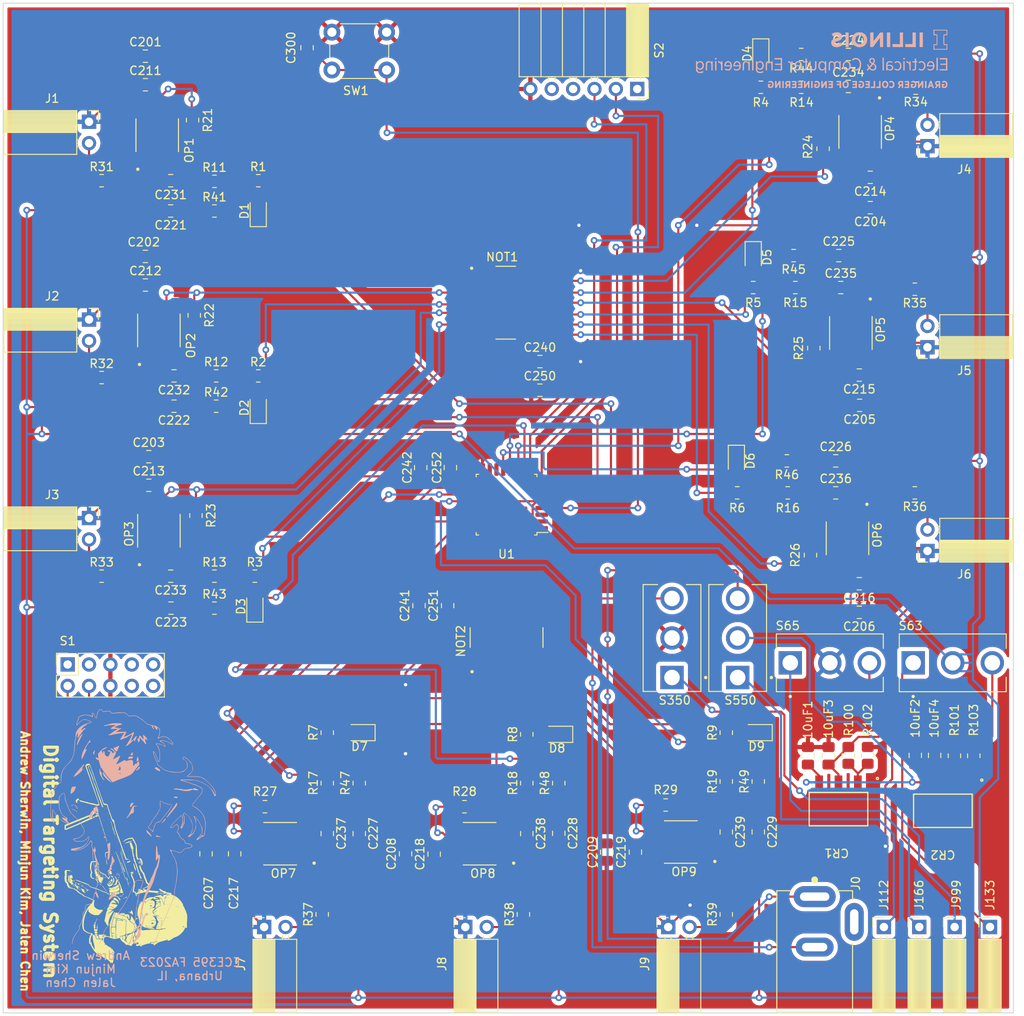
<source format=kicad_pcb>
(kicad_pcb (version 20211014) (generator pcbnew)
  (layers (0 "F.Cu" signal) (31 "B.Cu" signal) (34 "B.Paste" user) (35 "F.Paste" user) (36 "B.SilkS" user "B.Silkscreen") (37 "F.SilkS" user "F.Silkscreen") (38 "B.Mask" user) (39 "F.Mask" user) (44 "Edge.Cuts" user))
  (net 0 "")
  (net 1 "+12V")
  (net 2 "GND")
  (net 3 "6.6V")
  (net 4 "+3V3")
  (net 5 "Net-(C300-Pad1)")
  (net 6 "Net-(CR2-Pad1)")
  (net 7 "Net-(D1-Pad1)")
  (net 8 "Net-(D1-Pad2)")
  (net 9 "Net-(D2-Pad1)")
  (net 10 "Net-(D2-Pad2)")
  (net 11 "Net-(D3-Pad1)")
  (net 12 "Net-(D3-Pad2)")
  (net 13 "Net-(D4-Pad1)")
  (net 14 "Net-(D4-Pad2)")
  (net 15 "Net-(D5-Pad1)")
  (net 16 "Net-(D5-Pad2)")
  (net 17 "Net-(D6-Pad1)")
  (net 18 "Net-(D6-Pad2)")
  (net 19 "Net-(D7-Pad1)")
  (net 20 "Net-(D7-Pad2)")
  (net 21 "Net-(D8-Pad1)")
  (net 22 "Net-(D8-Pad2)")
  (net 23 "Net-(D9-Pad1)")
  (net 24 "Net-(D9-Pad2)")
  (net 26 "Net-(J1-Pad2)")
  (net 27 "Net-(J2-Pad2)")
  (net 28 "Net-(J3-Pad2)")
  (net 29 "Net-(J4-Pad2)")
  (net 30 "Net-(J5-Pad2)")
  (net 31 "Net-(J6-Pad2)")
  (net 32 "Net-(J7-Pad2)")
  (net 33 "Net-(J8-Pad2)")
  (net 34 "Net-(J9-Pad2)")
  (net 35 "Net-(NOT1-Pad1)")
  (net 36 "Net-(NOT1-Pad2)")
  (net 37 "Net-(NOT1-Pad3)")
  (net 38 "Net-(NOT1-Pad4)")
  (net 39 "Net-(NOT1-Pad5)")
  (net 40 "Net-(NOT1-Pad6)")
  (net 41 "Net-(NOT1-Pad8)")
  (net 42 "Net-(NOT1-Pad9)")
  (net 43 "Net-(NOT1-Pad10)")
  (net 44 "Net-(NOT1-Pad11)")
  (net 45 "Net-(NOT1-Pad12)")
  (net 46 "Net-(NOT1-Pad13)")
  (net 47 "Net-(NOT2-Pad1)")
  (net 48 "Net-(NOT2-Pad2)")
  (net 49 "Net-(NOT2-Pad3)")
  (net 50 "Net-(NOT2-Pad4)")
  (net 51 "Net-(NOT2-Pad5)")
  (net 52 "Net-(NOT2-Pad6)")
  (net 59 "Net-(OP1-Pad2)")
  (net 60 "Net-(OP2-Pad2)")
  (net 61 "Net-(OP3-Pad2)")
  (net 62 "Net-(OP4-Pad2)")
  (net 63 "Net-(OP5-Pad2)")
  (net 64 "Net-(OP6-Pad2)")
  (net 65 "Net-(OP7-Pad2)")
  (net 66 "Net-(OP8-Pad2)")
  (net 67 "Net-(OP9-Pad2)")
  (net 69 "Net-(S1-Pad2)")
  (net 71 "Net-(S1-Pad4)")
  (net 77 "Net-(S2-Pad2)")
  (net 78 "Net-(S2-Pad3)")
  (net 111 "Net-(CR1-Pad1)")
  (net 112 "Net-(10uF3-Pad1)")
  (net 113 "Net-(10uF4-Pad1)")
  (net 114 "Net-(J0-Pad1)")
  (net 115 "Net-(J0-Pad2)")
  (net 116 "Net-(J112-Pad1)")
  (net 117 "Net-(J133-Pad1)")
  (net 118 "Net-(J166-Pad1)")
  (net 119 "Net-(J999-Pad1)")
  (footprint "Capacitor_SMD:C_0805_2012Metric_Pad1.18x1.45mm_HandSolder" (layer "F.Cu") (at 150.3 103.6 180)
    (fp_text reference "C206")
    (fp_text value "10uF")
  )
  (footprint "Capacitor_SMD:C_0805_2012Metric_Pad1.18x1.45mm_HandSolder" (layer "F.Cu") (at 159.25 120.6 90)
    (fp_text reference "10uF4")
    (fp_text value "0.00001")
  )
  (footprint "Connector_PinSocket_2.54mm:PinSocket_1x06_P2.54mm_Horizontal" (layer "F.Cu") (at 123.925 41.4 -90)
    (fp_text reference "S2")
    (fp_text value "Conn_01x06")
  )
  (footprint "LED_SMD:LED_0805_2012Metric_Pad1.15x1.40mm_HandSolder" (layer "F.Cu") (at 135.7 85.6 -90)
    (fp_text reference "D6")
    (fp_text value "LED")
  )
  (footprint "Capacitor_SMD:C_0805_2012Metric_Pad1.18x1.45mm_HandSolder" (layer "F.Cu") (at 149 41.1)
    (fp_text reference "C234")
    (fp_text value "0.1uF")
  )
  (footprint "Capacitor_SMD:C_0805_2012Metric_Pad1.18x1.45mm_HandSolder" (layer "F.Cu") (at 68.9 75.5 180)
    (fp_text reference "C232")
    (fp_text value "0.1uF")
  )
  (footprint "Digital_Target:TLC271CDR" (layer "F.Cu") (at 129.1 130.9 180)
    (fp_text reference "OP9")
    (fp_text value "TLC271CDR")
  )
  (footprint "Digital_Target:TLC271CDR" (layer "F.Cu") (at 150.4 46.5 -90)
    (fp_text reference "OP4")
    (fp_text value "TLC271CDR")
  )
  (footprint "Digital_Target:SW_100SP1T1B4M2QE" (layer "F.Cu") (at 161.4 109.6 90)
    (fp_text reference "S63")
    (fp_text value "100SP1T1B4M2QE")
  )
  (footprint "Digital_Target:TLC271CDR" (layer "F.Cu") (at 148.9 94.8 -90)
    (fp_text reference "OP6")
    (fp_text value "TLC271CDR")
  )
  (footprint "Capacitor_SMD:C_0805_2012Metric_Pad1.18x1.45mm_HandSolder" (layer "F.Cu") (at 65.5 64.7)
    (fp_text reference "C212")
    (fp_text value "0.1uF")
  )
  (footprint "Capacitor_SMD:C_0805_2012Metric_Pad1.18x1.45mm_HandSolder" (layer "F.Cu") (at 144.2 120.65 90)
    (fp_text reference "10uF1")
    (fp_text value "0.00001")
  )
  (footprint "Capacitor_SMD:C_0805_2012Metric_Pad1.18x1.45mm_HandSolder" (layer "F.Cu") (at 148.1 65)
    (fp_text reference "C235")
    (fp_text value "0.1uF")
  )
  (footprint "Resistor_SMD:R_0805_2012Metric_Pad1.20x1.40mm_HandSolder" (layer "F.Cu") (at 138.6 41.2)
    (fp_text reference "R4")
    (fp_text value "380")
  )
  (footprint "Digital_Target:PJ_202AH" (layer "F.Cu") (at 145 143.8875 -90)
    (fp_text reference "J0")
    (fp_text value "PJ-202AH")
  )
  (footprint "Capacitor_SMD:C_0805_2012Metric_Pad1.18x1.45mm_HandSolder" (layer "F.Cu") (at 99.8 132.3375 90)
    (fp_text reference "C218")
    (fp_text value "0.1uF")
  )
  (footprint "Digital_Target:SN74LS04DR" (layer "F.Cu") (at 108.3 66.8)
    (fp_text reference "NOT1")
    (fp_text value "SN74LS04DR")
  )
  (footprint "Capacitor_SMD:C_0805_2012Metric_Pad1.18x1.45mm_HandSolder" (layer "F.Cu") (at 150.3375 79 180)
    (fp_text reference "C205")
    (fp_text value "10uF")
  )
  (footprint "Resistor_SMD:R_0805_2012Metric_Pad1.20x1.40mm_HandSolder" (layer "F.Cu") (at 71.3 68.3 90)
    (fp_text reference "R22")
    (fp_text value "100000")
  )
  (footprint "Resistor_SMD:R_0805_2012Metric_Pad1.20x1.40mm_HandSolder" (layer "F.Cu") (at 156.9 65.2 180)
    (fp_text reference "R35")
    (fp_text value "50")
  )
  (footprint "Resistor_SMD:R_0805_2012Metric_Pad1.20x1.40mm_HandSolder" (layer "F.Cu") (at 127.3 126.5 180)
    (fp_text reference "R29")
    (fp_text value "100000")
  )
  (footprint "Resistor_SMD:R_0805_2012Metric_Pad1.20x1.40mm_HandSolder" (layer "F.Cu") (at 73.7 52.38)
    (fp_text reference "R11")
    (fp_text value "20000")
  )
  (footprint "Capacitor_SMD:C_0805_2012Metric_Pad1.18x1.45mm_HandSolder" (layer "F.Cu") (at 150.3 75.4 180)
    (fp_text reference "C215")
    (fp_text value "0.1uF")
  )
  (footprint "Capacitor_SMD:C_0805_2012Metric_Pad1.18x1.45mm_HandSolder" (layer "F.Cu") (at 151.6 55.5 180)
    (fp_text reference "C204")
    (fp_text value "10uF")
  )
  (footprint "Resistor_SMD:R_0805_2012Metric_Pad1.20x1.40mm_HandSolder" (layer "F.Cu") (at 60.3 99.3)
    (fp_text reference "R33")
    (fp_text value "50")
  )
  (footprint "Capacitor_SMD:C_0805_2012Metric_Pad1.18x1.45mm_HandSolder" (layer "F.Cu") (at 98 102.8 90)
    (fp_text reference "C241")
    (fp_text value "10uF")
  )
  (footprint "Resistor_SMD:R_0805_2012Metric_Pad1.20x1.40mm_HandSolder" (layer "F.Cu") (at 71.1 45.1 90)
    (fp_text reference "R21")
    (fp_text value "100000")
  )
  (footprint "Resistor_SMD:R_0805_2012Metric_Pad1.20x1.40mm_HandSolder" (layer "F.Cu") (at 146 48.5 -90)
    (fp_text reference "R24")
    (fp_text value "100000")
  )
  (footprint "Resistor_SMD:R_0805_2012Metric_Pad1.20x1.40mm_HandSolder" (layer "F.Cu") (at 137.7 65)
    (fp_text reference "R5")
    (fp_text value "380")
  )
  (footprint "Resistor_SMD:R_0805_2012Metric_Pad1.20x1.40mm_HandSolder" (layer "F.Cu") (at 144.9 72.2 -90)
    (fp_text reference "R25")
    (fp_text value "100000")
  )
  (footprint "Capacitor_SMD:C_0805_2012Metric_Pad1.18x1.45mm_HandSolder" (layer "F.Cu") (at 65.9 85.1)
    (fp_text reference "C203")
    (fp_text value "10uF")
  )
  (footprint "Resistor_SMD:R_0805_2012Metric_Pad1.20x1.40mm_HandSolder" (layer "F.Cu") (at 73.7 99.3)
    (fp_text reference "R13")
    (fp_text value "20000")
  )
  (footprint "Digital_Target:TLC271CDR" (layer "F.Cu") (at 105.2 131.1 180)
    (fp_text reference "OP8")
    (fp_text value "TLC271CDR")
  )
  (footprint "Capacitor_SMD:C_0805_2012Metric_Pad1.18x1.45mm_HandSolder" (layer "F.Cu") (at 147.8625 61.2)
    (fp_text reference "C225")
    (fp_text value "10uF")
  )
  (footprint "Capacitor_SMD:C_0805_2012Metric_Pad1.18x1.45mm_HandSolder" (layer "F.Cu") (at 151.6 51.9 180)
    (fp_text reference "C214")
    (fp_text value "0.1uF")
  )
  (footprint "Capacitor_SMD:C_0805_2012Metric_Pad1.18x1.45mm_HandSolder" (layer "F.Cu") (at 68.5 99.3 180)
    (fp_text reference "C233")
    (fp_text value "0.1uF")
  )
  (footprint "Resistor_SMD:R_0805_2012Metric_Pad1.20x1.40mm_HandSolder" (layer "F.Cu") (at 161.6 120.65 90)
    (fp_text reference "R101")
    (fp_text value "120")
  )
  (footprint "Capacitor_SMD:C_0805_2012Metric_Pad1.18x1.45mm_HandSolder" (layer "F.Cu") (at 76.1 132.3 90)
    (fp_text reference "C217")
    (fp_text value "0.1uF")
  )
  (footprint "Capacitor_SMD:C_0805_2012Metric_Pad1.18x1.45mm_HandSolder" (layer "F.Cu") (at 96.4 132.3 90)
    (fp_text reference "C208")
    (fp_text value "10uF")
  )
  (footprint "Capacitor_SMD:C_0805_2012Metric_Pad1.18x1.45mm_HandSolder" (layer "F.Cu") (at 65.5 40.9)
    (fp_text reference "C211")
    (fp_text value "0.1uF")
  )
  (footprint "Resistor_SMD:R_0805_2012Metric_Pad1.20x1.40mm_HandSolder" (layer "F.Cu") (at 134.5 117.9 90)
    (fp_text reference "R9")
    (fp_text value "380")
  )
  (footprint "Capacitor_SMD:C_0805_2012Metric_Pad1.18x1.45mm_HandSolder" (layer "F.Cu") (at 149 37.3)
    (fp_text reference "C224")
    (fp_text value "10uF")
  )
  (footprint "Resistor_SMD:R_0805_2012Metric_Pad1.20x1.40mm_HandSolder" (layer "F.Cu") (at 138.3 123.7 90)
    (fp_text reference "R49")
    (fp_text value "330")
  )
  (footprint "Capacitor_SMD:C_0805_2012Metric_Pad1.18x1.45mm_HandSolder" (layer "F.Cu") (at 65.5 61.3)
    (fp_text reference "C202")
    (fp_text value "10uF")
  )
  (footprint "Connector_PinSocket_2.54mm:PinSocket_1x02_P2.54mm_Horizontal" (layer "F.Cu") (at 58.8 45.3)
    (fp_text reference "J1")
    (fp_text value "Conn_01x02")
  )
  (footprint "Connector_PinSocket_2.54mm:PinSocket_1x02_P2.54mm_Horizontal" (layer "F.Cu") (at 79.6 141 90)
    (fp_text reference "J7")
    (fp_text value "Conn_01x02")
  )
  (footprint "Digital_Target:SW_100SP1T1B4M2QE" (layer "F.Cu") (at 135.8525 106.65 180)
    (fp_text reference "S550")
    (fp_text value "100SP1T1B4M2QE")
  )
  (footprint "Capacitor_SMD:C_0805_2012Metric_Pad1.18x1.45mm_HandSolder" (layer "F.Cu") (at 147.5 89.4)
    (fp_text reference "C236")
    (fp_text value "0.1uF")
  )
  (footprint "Digital_Target:LD1117SC_R" (layer "F.Cu") (at 160.2285 127.1873 180)
    (fp_text reference "CR2")
    (fp_text value "LD1117SC-R")
  )
  (footprint "Capacitor_SMD:C_0805_2012Metric_Pad1.18x1.45mm_HandSolder" (layer "F.Cu") (at 72.7 132.3 90)
    (fp_text reference "C207")
    (fp_text value "10uF")
  )
  (footprint "Resistor_SMD:R_0805_2012Metric_Pad1.20x1.40mm_HandSolder" (layer "F.Cu") (at 73.9 79.1)
    (fp_text reference "R42")
    (fp_text value "330")
  )
  (footprint "Resistor_SMD:R_0805_2012Metric_Pad1.20x1.40mm_HandSolder" (layer "F.Cu") (at 110.8 123.9 90)
    (fp_text reference "R18")
    (fp_text value "20000")
  )
  (footprint "Connector_PinSocket_2.54mm:PinSocket_1x02_P2.54mm_Horizontal" (layer "F.Cu") (at 158.4 48.2 180)
    (fp_text reference "J4")
    (fp_text value "Conn_01x02")
  )
  (footprint "Capacitor_SMD:C_0805_2012Metric_Pad1.18x1.45mm_HandSolder" (layer "F.Cu") (at 84.7 36.5 90)
    (fp_text reference "C300")
    (fp_text value "C")
  )
  (footprint "Resistor_SMD:R_0805_2012Metric_Pad1.20x1.40mm_HandSolder" (layer "F.Cu") (at 79.7 126.7 180)
    (fp_text reference "R27")
    (fp_text value "100000")
  )
  (footprint "LED_SMD:LED_0805_2012Metric_Pad1.15x1.40mm_HandSolder" (layer "F.Cu") (at 137.7 61.4 -90)
    (fp_text reference "D5")
    (fp_text value "LED")
  )
  (footprint "Capacitor_SMD:C_0805_2012Metric_Pad1.18x1.45mm_HandSolder" (layer "F.Cu") (at 68.5375 103.1 180)
    (fp_text reference "C223")
    (fp_text value "10uF")
  )
  (footprint "Digital_Target:SN74LS04DR" (layer "F.Cu") (at 108.4 106.6 90)
    (fp_text reference "NOT2")
    (fp_text value "SN74LS04DR")
  )
  (footprint "Capacitor_SMD:C_0805_2012Metric_Pad1.18x1.45mm_HandSolder" (layer "F.Cu") (at 150.3 100.2 180)
    (fp_text reference "C216")
    (fp_text value "0.1uF")
  )
  (footprint "Connector_PinSocket_2.54mm:PinSocket_1x02_P2.54mm_Horizontal" (layer "F.Cu") (at 158.4 72.1 180)
    (fp_text reference "J5")
    (fp_text value "Conn_01x02")
  )
  (footprint "Resistor_SMD:R_0805_2012Metric_Pad1.20x1.40mm_HandSolder" (layer "F.Cu") (at 135.8 89.4)
    (fp_text reference "R6")
    (fp_text value "380")
  )
  (footprint "Capacitor_SMD:C_0805_2012Metric_Pad1.18x1.45mm_HandSolder" (layer "F.Cu") (at 65.9 88.5)
    (fp_text reference "C213")
    (fp_text value "0.1uF")
  )
  (footprint "Capacitor_SMD:C_0805_2012Metric_Pad1.18x1.45mm_HandSolder" (layer "F.Cu") (at 147.5 85.6)
    (fp_text reference "C226")
    (fp_text value "10uF")
  )
  (footprint "Capacitor_SMD:C_0805_2012Metric_Pad1.18x1.45mm_HandSolder" (layer "F.Cu") (at 68.5 55.9 180)
    (fp_text reference "C221")
    (fp_text value "10uF")
  )
  (footprint "Resistor_SMD:R_0805_2012Metric_Pad1.20x1.40mm_HandSolder" (layer "F.Cu") (at 141.7 85.6 180)
    (fp_text reference "R46")
    (fp_text value "330")
  )
  (footprint "Connector_PinSocket_2.54mm:PinSocket_2x05_P2.54mm_Vertical" (layer "F.Cu") (at 56.26 109.8 90)
    (fp_text reference "S1")
    (fp_text value "Conn_02x05_Odd_Even")
  )
  (footprint "Digital_Target:SW_100SP1T1B4M2QE" (layer "F.Cu") (at 146.8 109.6 90)
    (fp_text reference "S65")
    (fp_text value "100SP1T1B4M2QE")
  )
  (footprint "Resistor_SMD:R_0805_2012Metric_Pad1.20x1.40mm_HandSolder" (layer "F.Cu") (at 87.1 117.9 90)
    (fp_text reference "R7")
    (fp_text value "380")
  )
  (footprint "LED_SMD:LED_0805_2012Metric_Pad1.15x1.40mm_HandSolder" (layer "F.Cu") (at 138.6 37.3 -90)
    (fp_text reference "D4")
    (fp_text value "LED")
  )
  (footprint "Connector_PinSocket_2.54mm:PinSocket_1x02_P2.54mm_Horizontal" (layer "F.Cu") (at 127.6 141 90)
    (fp_text reference "J9")
    (fp_text value "Conn_01x02")
  )
  (footprint "Digital_Target:TLC271CDR" (layer "F.Cu") (at 81.5 131.1 180)
    (fp_text reference "OP7")
    (fp_text value "TLC271CDR")
  )
  (footprint "Resistor_SMD:R_0805_2012Metric_Pad1.20x1.40mm_HandSolder" (layer "F.Cu") (at 73.7 103.1)
    (fp_text reference "R43")
    (fp_text value "330")
  )
  (footprint "Resistor_SMD:R_0805_2012Metric_Pad1.20x1.40mm_HandSolder" (layer "F.Cu") (at 143.4 41.2)
    (fp_text reference "R14")
    (fp_text value "20000")
  )
  (footprint "LED_SMD:LED_0805_2012Metric_Pad1.15x1.40mm_HandSolder" (layer "F.Cu") (at 90.925 117.9 180)
    (fp_text reference "D7")
    (fp_text value "LED")
  )
  (footprint "Resistor_SMD:R_0805_2012Metric_Pad1.20x1.40mm_HandSolder" (layer "F.Cu") (at 60.3 52.3)
    (fp_text reference "R31")
    (fp_text value "50")
  )
  (footprint "Resistor_SMD:R_0805_2012Metric_Pad1.20x1.40mm_HandSolder" (layer "F.Cu") (at 114.6 123.9 90)
    (fp_text reference "R48")
    (fp_text value "330")
  )
  (footprint "Package_QFP:LQFP-32_7x7mm_P0.8mm" (layer "F.Cu") (at 108.4 90.8 180)
    (fp_text reference "U1")
    (fp_text value "STM32L031K6Tx")
  )
  (footprint "Capacitor_SMD:C_0805_2012Metric_Pad1.18x1.45mm_HandSolder" (layer "F.Cu") (at 138.3 129.7 -90)
    (fp_text reference "C229")
    (fp_text value "10uF")
  )
  (footprint "Capacitor_SMD:C_0805_2012Metric_Pad1.18x1.45mm_HandSolder" (layer "F.Cu") (at 112.3625 77.2)
    (fp_text reference "C250")
    (fp_text value "0.1uF")
  )
  (footprint "Capacitor_SMD:C_0805_2012Metric_Pad1.18x1.45mm_HandSolder" (layer "F.Cu") (at 123.7 132.1 90)
    (fp_text reference "C219")
    (fp_text value "0.1uF")
  )
  (footprint "Digital_Target:SW_100SP1T1B4M2QE" (layer "F.Cu") (at 128.0525 106.65 180)
    (fp_text reference "S350")
    (fp_text value "100SP1T1B4M2QE")
  )
  (footprint "Resistor_SMD:R_0805_2012Metric_Pad1.20x1.40mm_HandSolder" (layer "F.Cu") (at 134.5 139.5 90)
    (fp_text reference "R39")
    (fp_text value "50")
  )
  (footprint "Resistor_SMD:R_0805_2012Metric_Pad1.20x1.40mm_HandSolder" (layer "F.Cu") (at 141.8 89.4)
    (fp_text reference "R16")
    (fp_text value "20000")
  )
  (footprint "Capacitor_SMD:C_0805_2012Metric_Pad1.18x1.45mm_HandSolder" (layer "F.Cu") (at 65.5 37.5)
    (fp_text reference "C201")
    (fp_text value "10uF")
  )
  (footprint "Capacitor_SMD:C_0805_2012Metric_Pad1.18x1.45mm_HandSolder" (layer "F.Cu") (at 98.2 86.4 -90)
    (fp_text reference "C242")
    (fp_text value "10uF")
  )
  (footprint "Capacitor_SMD:C_0805_2012Metric_Pad1.18x1.45mm_HandSolder" (layer "F.Cu") (at 87.1 129.9 -90)
    (fp_text reference "C237")
    (fp_text value "0.1uF")
  )
  (footprint "LED_SMD:LED_0805_2012Metric_Pad1.15x1.40mm_HandSolder" (layer "F.Cu") (at 138.1 117.9 180)
    (fp_text reference "D9")
    (fp_text value "LED")
  )
  (footprint "Resistor_SMD:R_0805_2012Metric_Pad1.20x1.40mm_HandSolder" (layer "F.Cu") (at 73.9 75.5)
    (fp_text reference "R12")
    (fp_text value "20000")
  )
  (footprint "Connector_PinSocket_2.54mm:PinSocket_1x01_P2.54mm_Horizontal" (layer "F.Cu") (at 157.425 141 90)
    (fp_text reference "J166")
    (fp_text value "Conn_01x01")
  )
  (footprint "Resistor_SMD:R_0805_2012Metric_Pad1.20x1.40mm_HandSolder" (layer "F.Cu") (at 78.9 75.5)
    (fp_text reference "R2")
    (fp_text value "380")
  )
  (footprint "Connector_PinSocket_2.54mm:PinSocket_1x02_P2.54mm_Horizontal" (layer "F.Cu") (at 158.4 96.3 180)
    (fp_text reference "J6")
    (fp_text value "Conn_01x02")
  )
  (footprint "Digital_Target:FoxGirl62" (layer "F.Cu") (at 63.2 133.4 -90)
    (fp_text reference "" hide)
    (fp_text value "LOGO" hide)
  )
  (footprint "Capacitor_SMD:C_0805_2012Metric_Pad1.18x1.45mm_HandSolder" (layer "F.Cu") (at 156.95 120.6 90)
    (fp_text reference "10uF2")
    (fp_text value "0.00001")
  )
  (footprint "Resistor_SMD:R_0805_2012Metric_Pad1.20x1.40mm_HandSolder" (layer "F.Cu") (at 71.5 92.1 90)
    (fp_text reference "R23")
    (fp_text value "100000")
  )
  (footprint "Resistor_SMD:R_0805_2012Metric_Pad1.20x1.40mm_HandSolder" (layer "F.Cu") (at 78.9 52.3)
    (fp_text reference "R1")
    (fp_text value "380")
  )
  (footprint "Resistor_SMD:R_0805_2012Metric_Pad1.20x1.40mm_HandSolder" (layer "F.Cu") (at 87.1 123.9 90)
    (fp_text reference "R17")
    (fp_text value "20000")
  )
  (footprint "Resistor_SMD:R_0805_2012Metric_Pad1.20x1.40mm_HandSolder" (layer "F.Cu") (at 73.7 55.9)
    (fp_text reference "R41")
    (fp_text value "330")
  )
  (footprint "Connector_PinSocket_2.54mm:PinSocket_1x02_P2.54mm_Horizontal" (layer "F.Cu") (at 103.5 141 90)
    (fp_text reference "J8")
    (fp_text value "Conn_01x02")
  )
  (footprint "LED_SMD:LED_0805_2012Metric_Pad1.15x1.40mm_HandSolder" (layer "F.Cu") (at 78.9 79.3 90)
    (fp_text reference "D2")
    (fp_text value "LED")
  )
  (footprint "Capacitor_SMD:C_0805_2012Metric_Pad1.18x1.45mm_HandSolder" (layer "F.Cu") (at 110.8 129.9 -90)
    (fp_text reference "C238")
    (fp_text value "0.1uF")
  )
  (footprint "Capacitor_SMD:C_0805_2012Metric_Pad1.18x1.45mm_HandSolder" (layer "F.Cu") (at 101.4 102.8 90)
    (fp_text reference "C251")
    (fp_text value "0.1uF")
  )
  (footprint "Resistor_SMD:R_0805_2012Metric_Pad1.20x1.40mm_HandSolder" (layer "F.Cu") (at 78.5 99.3)
    (fp_text reference "R3")
    (fp_text value "380")
  )
  (footprint "Button_Switch_THT:SW_PUSH_6mm_H4.3mm" (layer "F.Cu") (at 87.65 34.65)
    (fp_text reference "SW1")
    (fp_text value "SW_Push")
  )
  (footprint "Capacitor_SMD:C_0805_2012Metric_Pad1.18x1.45mm_HandSolder" (layer "F.Cu") (at 68.9 79.1 180)
    (fp_text reference "C222")
    (fp_text value "10uF")
  )
  (footprint "Capacitor_SMD:C_0805_2012Metric_Pad1.18x1.45mm_HandSolder" (layer "F.Cu") (at 146.65 120.65 90)
    (fp_text reference "10uF3")
    (fp_text value "0.00001")
  )
  (footprint "Resistor_SMD:R_0805_2012Metric_Pad1.20x1.40mm_HandSolder" (layer "F.Cu") (at 90.9 123.9 90)
    (fp_text reference "R47")
    (fp_text value "330")
  )
  (footprint "Resistor_SMD:R_0805_2012Metric_Pad1.20x1.40mm_HandSolder" (layer "F.Cu") (at 143.4 37.3 180)
    (fp_text reference "R44")
    (fp_text value "330")
  )
  (footprint "Digital_Target:TLC271CDR" (layer "F.Cu") (at 67.1 70.1 90)
    (fp_text reference "OP2")
    (fp_text value "TLC271CDR")
  )
  (footprint "Resistor_SMD:R_0805_2012Metric_Pad1.20x1.40mm_HandSolder" (layer "F.Cu") (at 60.3 75.7)
    (fp_text reference "R32")
    (fp_text value "50")
  )
  (footprint "Digital_Target:LD1117SC_R" (layer "F.Cu") (at 147.8285 126.9873 180)
    (fp_text reference "CR1")
    (fp_text value "LD1117SC-R")
  )
  (footprint "Capacitor_SMD:C_0805_2012Metric_Pad1.18x1.45mm_HandSolder" (layer "F.Cu") (at 134.5 129.7 -90)
    (fp_text reference "C239")
    (fp_text value "0.1uF")
  )
  (footprint "Resistor_SMD:R_0805_2012Metric_Pad1.20x1.40mm_HandSolder" (layer "F.Cu") (at 86.5 139.5 90)
    (fp_text reference "R37")
    (fp_text value "50")
  )
  (footprint "Capacitor_SMD:C_0805_2012Metric_Pad1.18x1.45mm_HandSolder" (layer "F.Cu") (at 120.3 132.1 90)
    (fp_text reference "C209")
    (fp_text value "10uF")
  )
  (footprint "Capacitor_SMD:C_0805_2012Metric_Pad1.18x1.45mm_HandSolder" (layer "F.Cu") (at 114.6 129.8625 -90)
    (fp_text reference "C228")
    (fp_text value "10uF")
  )
  (footprint "Resistor_SMD:R_0805_2012Metric_Pad1.20x1.40mm_HandSolder" (layer "F.Cu") (at 134.5 123.7 90)
    (fp_text reference "R19")
    (fp_text value "20000")
  )
  (footprint "Capacitor_SMD:C_0805_2012Metric_Pad1.18x1.45mm_HandSolder" (layer "F.Cu") (at 101.725 86.4 -90)
    (fp_text reference "C252")
    (fp_text value "0.1uF")
  )
  (footprint "Capacitor_SMD:C_0805_2012Metric_Pad1.18x1.45mm_HandSolder" (layer "F.Cu") (at 90.9 129.9 -90)
    (fp_text reference "C227")
    (fp_text value "10uF")
  )
  (footprint "Resistor_SMD:R_0805_2012Metric_Pad1.20x1.40mm_HandSolder" (layer "F.Cu") (at 110.8 118.1 90)
    (fp_text reference "R8")
    (fp_text value "380")
  )
  (footprint "Resistor_SMD:R_0805_2012Metric_Pad1.20x1.40mm_HandSolder" (layer "F.Cu") (at 142.7 65)
    (fp_text reference "R15")
    (fp_text value "20000")
  )
  (footprint "LED_SMD:LED_0805_2012Metric_Pad1.15x1.40mm_HandSolder" (layer "F.Cu") (at 114.4 118.1 180)
    (fp_text reference "D8")
    (fp_text value "LED")
  )
  (footprint "Resistor_SMD:R_0805_2012Metric_Pad1.20x1.40mm_HandSolder" (layer "F.Cu") (at 149 120.6 90)
    (fp_text reference "R100")
    (fp_text value "120")
  )
  (footprint "LED_SMD:LED_0805_2012Metric_Pad1.15x1.40mm_HandSolder" (layer "F.Cu") (at 78.5 102.9 90)
    (fp_text reference "D3")
    (fp_text value "LED")
  )
  (footprint "Digital_Target:TLC271CDR" (layer "F.Cu") (at 66.9 46.9 90)
    (fp_text reference "OP1")
    (fp_text value "TLC271CDR")
  )
  (footprint "Connector_PinSocket_2.54mm:PinSocket_1x02_P2.54mm_Horizontal" (layer "F.Cu") (at 58.8 92.4)
    (fp_text reference "J3")
    (fp_text value "Conn_01x02")
  )
  (footprint "Resistor_SMD:R_0805_2012Metric_Pad1.20x1.40mm_HandSolder" (layer "F.Cu") (at 156.9 89.4 180)
    (fp_text reference "R36")
    (fp_text value "50")
  )
  (footprint "Capacitor_SMD:C_0805_2012Metric_Pad1.18x1.45mm_HandSolder" (layer "F.Cu") (at 68.5 52.3 180)
    (fp_text reference "C231")
    (fp_text value "0.1uF")
  )
  (footprint "Resistor_SMD:R_0805_2012Metric_Pad1.20x1.40mm_HandSolder" (layer "F.Cu") (at 103.4 126.7 180)
    (fp_text reference "R28")
    (fp_text value "100000")
  )
  (footprint "Resistor_SMD:R_0805_2012Metric_Pad1.20x1.40mm_HandSolder" (layer "F.Cu") (at 144.5 96.8 -90)
    (fp_text reference "R26")
    (fp_text value "100000")
  )
  (footprint "Connector_PinSocket_2.54mm:PinSocket_1x01_P2.54mm_Horizontal" (layer "F.Cu") (at 153.225 141 90)
    (fp_text reference "J112")
    (fp_text value "Conn_01x01")
  )
  (footprint "Connector_PinSocket_2.54mm:PinSocket_1x02_P2.54mm_Horizontal" (layer "F.Cu") (at 58.8 68.8)
    (fp_text reference "J2")
    (fp_text value "Conn_01x02")
  )
  (footprint "Capacitor_SMD:C_0805_2012Metric_Pad1.18x1.45mm_HandSolder" (layer "F.Cu") (at 112.3625 73.8)
    (fp_text reference "C240")
    (fp_text value "10uF")
  )
  (footprint "Digital_Target:TLC271CDR" (layer "F.Cu") (at 149.3 70.4 -90)
    (fp_text reference "OP5")
    (fp_text value "TLC271CDR")
  )
  (footprint "Resistor_SMD:R_0805_2012Metric_Pad1.20x1.40mm_HandSolder" (layer "F.Cu") (at 110.4 139.5 90)
    (fp_text reference "R38")
    (fp_text value "50")
  )
  (footprint "Resistor_SMD:R_0805_2012Metric_Pad1.20x1.40mm_HandSolder" (layer "F.Cu") (at 142.5 61.2 180)
    (fp_text reference "R45")
    (fp_text value "330")
  )
  (footprint "LED_SMD:LED_0805_2012Metric_Pad1.15x1.40mm_HandSolder" (layer "F.Cu") (at 78.9 55.9 90)
    (fp_text reference "D1")
    (fp_text value "LED")
  )
  (footprint "Resistor_SMD:R_0805_2012Metric_Pad1.20x1.40mm_HandSolder" (layer "F.Cu") (at 163.9 120.65 90)
    (fp_text reference "R103")
    (fp_text value "?")
  )
  (footprint "Resistor_SMD:R_0805_2012Metric_Pad1.20x1.40mm_HandSolder" (layer "F.Cu") (at 151.3 120.6 90)
    (fp_text reference "R102")
    (fp_text value "?")
  )
  (footprint "Connector_PinSocket_2.54mm:PinSocket_1x01_P2.54mm_Horizontal" (layer "F.Cu") (at 165.825 141 90)
    (fp_text reference "J133")
    (fp_text value "Conn_01x01")
  )
  (footprint "Resistor_SMD:R_0805_2012Metric_Pad1.20x1.40mm_HandSolder" (layer "F.Cu") (at 157 41.3 180)
    (fp_text reference "R34")
    (fp_text value "50")
  )
  (footprint "Connector_PinSocket_2.54mm:PinSocket_1x01_P2.54mm_Horizontal" (layer "F.Cu") (at 161.625 141 90)
    (fp_text reference "J999")
    (fp_text value "Conn_01x01")
  )
  (footprint "Digital_Target:TLC271CDR" (layer "F.Cu") (at 67.1 93.9 90)
    (fp_text reference "OP3")
    (fp_text value "TLC271CDR")
  )
  (footprint "Digital_Target:AsukaNegative28mm" (layer "B.Cu") (at 64 129 180)
    (fp_text reference "")
    (fp_text value "LOGO" hide)
  )
  (footprint "Digital_Target:IllinoisECENegative31mm" (layer "B.Cu") (at 145.8 37.8 180)
    (fp_text reference "")
    (fp_text value "LOGO" hide)
  )
  (gr_line (start 48.6 31.2) (end 48.6 151.2) (layer "Edge.Cuts") (width 0.1))
  (gr_line (start 48.6 31.2) (end 168.6 31.2) (layer "Edge.Cuts") (width 0.1))
  (gr_line (start 48.6 151.2) (end 168.6 151.2) (layer "Edge.Cuts") (width 0.1))
  (gr_line (start 168.6 151.2) (end 168.6 31.2) (layer "Edge.Cuts") (width 0.1))
  (gr_text "Andrew Sherwin\nMinjun Kim\nJalen Chen" (at 57.8 146) (layer "B.SilkS") (effects (font (size 1 1)) (justify mirror)))
  (gr_text "ECE395 FA2023\nUrbana, IL" (at 70.8 146) (layer "B.SilkS") (effects (font (size 1 1)) (justify mirror)))
  (gr_text "Andrew Sherwin, Minjun Kim, Jalen Chen" (at 51.2 133.2 270) (layer "F.SilkS") (effects (font (size 1 1) (thickness 0.25))))
  (gr_text "Digital Targeting System" (at 54.2 133.2 270) (layer "F.SilkS") (effects (font (size 1.5 1.5) (thickness 0.375))))
  (segment (start 145.5285 123.016) (end 144.2 121.6875) (width 0.25) (layer "F.Cu") (net 1))
  (segment (start 158.1 123.9996) (end 158.1 122.7875) (width 0.25) (layer "F.Cu") (net 1))
  (segment (start 158.1 122.7875) (end 156.95 121.6375) (width 0.25) (layer "F.Cu") (net 1))
  (segment (start 145.5285 123.9869) (end 145.5285 123.016) (width 0.25) (layer "F.Cu") (net 1))
  (segment (start 156.6 123.8) (end 157.7416 123.8) (width 0.25) (layer "F.Cu") (net 1))
  (segment (start 144 123.8) (end 145.5154 123.8) (width 0.25) (layer "F.Cu") (net 1))
  (segment (start 145.5154 123.8) (end 145.5285 123.7869) (width 0.25) (layer "F.Cu") (net 1))
  (segment (start 157.7416 123.8) (end 157.9285 123.9869) (width 0.25) (layer "F.Cu") (net 1))
  (via (at 156.6 123.8) (size 0.8) (drill 0.4) (layers "F.Cu" "B.Cu") (net 1))
  (via (at 144 123.8) (size 0.8) (drill 0.4) (layers "F.Cu" "B.Cu") (net 1))
  (segment (start 150 116.6) (end 153.2 119.8) (width 0.25) (layer "B.Cu") (net 1))
  (segment (start 144.4 107.6) (end 144.4 114.2) (width 0.25) (layer "B.Cu") (net 1))
  (segment (start 144.4 114.2) (end 146.2 116) (width 0.25) (layer "B.Cu") (net 1))
  (segment (start 135.8525 106.65) (end 143.45 106.65) (width 0.25) (layer "B.Cu") (net 1))
  (segment (start 143.45 106.65) (end 144.4 107.6) (width 0.25) (layer "B.Cu") (net 1))
  (segment (start 156.6 123.8) (end 144 123.8) (width 0.25) (layer "B.Cu") (net 1))
  (segment (start 156.6 123.2) (end 156.6 123.8) (width 0.25) (layer "B.Cu") (net 1))
  (segment (start 153.2 119.8) (end 156.6 123.2) (width 0.25) (layer "B.Cu") (net 1))
  (segment (start 146.8 116.6) (end 150 116.6) (width 0.25) (layer "B.Cu") (net 1))
  (segment (start 146.2 116) (end 146.8 116.6) (width 0.25) (layer "B.Cu") (net 1))
  (segment (start 146.65 119.6125) (end 144.2 119.6125) (width 0.25) (layer "F.Cu") (net 2))
  (segment (start 156.95 119.5625) (end 159.25 119.5625) (width 0.25) (layer "F.Cu") (net 2))
  (segment (start 120.3 133.1375) (end 120.4 133.2375) (width 0.25) (layer "F.Cu") (net 2))
  (segment (start 154.2 123.4) (end 154.2 118.4) (width 0.25) (layer "F.Cu") (net 3))
  (segment (start 154.2 105) (end 158.4 100.8) (width 0.25) (layer "F.Cu") (net 3))
  (segment (start 130.2 138.4) (end 127.6 141) (width 0.25) (layer "F.Cu") (net 3))
  (segment (start 149.935 72.420663) (end 149.935 72.87) (width 0.25) (layer "F.Cu") (net 3))
  (segment (start 150.5625 55.5) (end 142.9 55.5) (width 0.25) (layer "F.Cu") (net 3))
  (segment (start 66.9375 89.8625) (end 66.9375 90.9575) (width 0.25) (layer "F.Cu") (net 3))
  (segment (start 150.03952 95.96048) (end 149.535 96.465) (width 0.25) (layer "F.Cu") (net 3))
  (segment (start 66.5375 37.5) (end 66.5375 40.9) (width 0.25) (layer "F.Cu") (net 3))
  (segment (start 140.8 57.6) (end 131 57.6) (width 0.25) (layer "F.Cu") (net 3))
  (segment (start 146.8 109.6) (end 149.6 106.8) (width 0.25) (layer "F.Cu") (net 3))
  (segment (start 157.86048 47.66048) (end 158.4 48.2) (width 0.25) (layer "F.Cu") (net 3))
  (segment (start 157.86048 71.56048) (end 158.4 72.1) (width 0.25) (layer "F.Cu") (net 3))
  (segment (start 77.4625 138.8625) (end 79.6 141) (width 0.25) (layer "F.Cu") (net 3))
  (segment (start 66.5375 44.1575) (end 66.265 44.43) (width 0.25) (layer "F.Cu") (net 3))
  (segment (start 66.5375 66.0625) (end 66.5375 67.5575) (width 0.25) (layer "F.Cu") (net 3))
  (segment (start 102.295 131.3) (end 102.73 131.735) (width 0.25) (layer "F.Cu") (net 3))
  (segment (start 110.785 63) (end 110.775 62.99) (width 0.25) (layer "F.Cu") (net 3))
  (segment (start 158.4 100.8) (end 158.4 96.3) (width 0.25) (layer "F.Cu") (net 3))
  (segment (start 120.3 131.0625) (end 123.7 131.0625) (width 0.25) (layer "F.Cu") (net 3))
  (segment (start 150.795183 71.56048) (end 157.86048 71.56048) (width 0.25) (layer "F.Cu") (net 3))
  (segment (start 125.1375 138.5375) (end 127.6 141) (width 0.25) (layer "F.Cu") (net 3))
  (segment (start 101.1 131.3) (end 101.1 138.6) (width 0.25) (layer "F.Cu") (net 3))
  (segment (start 98 101.7625) (end 101.4 101.7625) (width 0.25) (layer "F.Cu") (net 3))
  (segment (start 110.8 57.6) (end 110.8 62.965) (width 0.25) (layer "F.Cu") (net 3))
  (segment (start 151.73952 47.66048) (end 151.035 48.365) (width 0.25) (layer "F.Cu") (net 3))
  (segment (start 149.6 106.8) (end 154.2 106.8) (width 0.25) (layer "F.Cu") (net 3))
  (segment (start 96.4 110.8) (end 103.075 104.125) (width 0.25) (layer "F.Cu") (net 3))
  (segment (start 66.9375 85.1) (end 66.9375 88.5) (width 0.25) (layer "F.Cu") (net 3))
  (segment (start 96.4 112.2) (end 96.4 110.8) (width 0.25) (layer "F.Cu") (net 3))
  (segment (start 96.4 131.2625) (end 96.4 120.4) (width 0.25) (layer "F.Cu") (net 3))
  (segment (start 103.075 104.125) (end 104.59 104.125) (width 0.25) (layer "F.Cu") (net 3))
  (segment (start 61.5375 66.0625) (end 58.8 68.8) (width 0.25) (layer "F.Cu") (net 3))
  (segment (start 72.7 131.2625) (end 76.1 131.2625) (width 0.25) (layer "F.Cu") (net 3))
  (segment (start 150.795183 71.56048) (end 149.935 72.420663) (width 0.25) (layer "F.Cu") (net 3))
  (segment (start 99.7625 131.2625) (end 99.8 131.3) (width 0.25) (layer "F.Cu") (net 3))
  (segment (start 98 57.6) (end 110.8 57.6) (width 0.25) (layer "F.Cu") (net 3))
  (segment (start 61.3375 89.8625) (end 58.8 92.4) (width 0.25) (layer "F.Cu") (net 3))
  (segment (start 61.5625 42.5375) (end 58.8 45.3) (width 0.25) (layer "F.Cu") (net 3))
  (segment (start 76.1 131.2625) (end 77.4625 131.2625) (width 0.25) (layer "F.Cu") (net 3))
  (segment (start 150.5625 49.4425) (end 151.035 48.97) (width 0.25) (layer "F.Cu") (net 3))
  (segment (start 66.5375 66.0625) (end 61.5375 66.0625) (width 0.25) (layer "F.Cu") (net 3))
  (segment (start 117.2 63) (end 110.785 63) (width 0.25) (layer "F.Cu") (net 3))
  (segment (start 151.035 48.365) (end 151.035 48.97) (width 0.25) (layer "F.Cu") (net 3))
  (segment (start 126.1575 131.0625) (end 126.63 131.535) (width 0.25) (layer "F.Cu") (net 3))
  (segment (start 66.5375 67.5575) (end 66.465 67.63) (width 0.25) (layer "F.Cu") (net 3))
  (segment (start 125.1375 131.0625) (end 126.1575 131.0625) (width 0.25) (layer "F.Cu") (net 3))
  (segment (start 66.5375 42.5375) (end 66.5375 44.1575) (width 0.25) (layer "F.Cu") (net 3))
  (segment (start 101.4 101.7625) (end 102.2275 101.7625) (width 0.25) (layer "F.Cu") (net 3))
  (segment (start 66.9375 90.9575) (end 66.465 91.43) (width 0.25) (layer "F.Cu") (net 3))
  (segment (start 66.5375 64.7) (end 66.5375 66.0625) (width 0.25) (layer "F.Cu") (net 3))
  (segment (start 78.5575 131.2625) (end 79.03 131.735) (width 0.25) (layer "F.Cu") (net 3))
  (segment (start 150.5625 55.5) (end 150.5625 51.9) (width 0.25) (layer "F.Cu") (net 3))
  (segment (start 66.5375 61.3) (end 66.5375 64.7) (width 0.25) (layer "F.Cu") (net 3))
  (segment (start 153.4 124.2) (end 154.2 123.4) (width 0.25) (layer "F.Cu") (net 3))
  (segment (start 77.4625 131.2625) (end 78.5575 131.2625) (width 0.25) (layer "F.Cu") (net 3))
  (segment (start 117.2 73.8) (end 113.4 73.8) (width 0.25) (layer "F.Cu") (net 3))
  (segment (start 149.935 74.7275) (end 149.935 72.87) (width 0.25) (layer "F.Cu") (net 3))
  (segment (start 102.2275 101.7625) (end 104.59 104.125) (width 0.25) (layer "F.Cu") (net 3))
  (segment (start 66.5375 42.5375) (end 61.5625 42.5375) (width 0.25) (layer "F.Cu") (net 3))
  (segment (start 149.3 75.4375) (end 149.2625 75.4) (width 0.25) (layer "F.Cu") (net 3))
  (segment (start 149.2625 97.5425) (end 149.535 97.27) (width 0.25) (layer "F.Cu") (net 3))
  (segment (start 77.9 37.5) (end 98 57.6) (width 0.25) (layer "F.Cu") (net 3))
  (segment (start 101.1 131.3) (end 102.295 131.3) (width 0.25) (layer "F.Cu") (net 3))
  (segment (start 150.5625 51.9) (end 150.5625 49.4425) (width 0.25) (layer "F.Cu") (net 3))
  (segment (start 154.2 118.4) (end 154.2 106.8) (width 0.25) (layer "F.Cu") (net 3))
  (segment (start 149.2625 75.4) (end 149.935 74.7275) (width 0.25) (layer "F.Cu") (net 3))
  (segment (start 123.7 131.0625) (end 125.1375 131.0625) (width 0.25) (layer "F.Cu") (net 3))
  (segment (start 125.1375 131.0625) (end 125.1375 138.5375) (width 0.25) (layer "F.Cu") (net 3))
  (segment (start 150.03952 95.96048) (end 158.06048 95.96048) (width 0.25) (layer "F.Cu") (net 3))
  (segment (start 151.73952 47.66048) (end 157.86048 47.66048) (width 0.25) (layer "F.Cu") (net 3))
  (segment (start 154.2 106.8) (end 154.2 105) (width 0.25) (layer "F.Cu") (net 3))
  (segment (start 153.4 131.4) (end 153.4 124.2) (width 0.25) (layer "F.Cu") (net 3))
  (segment (start 149.535 96.465) (end 149.535 97.27) (width 0.25) (layer "F.Cu") (net 3))
  (segment (start 113.4 73.8) (end 113.4 77.2) (width 0.25) (layer "F.Cu") (net 3))
  (segment (start 110.8 57.6) (end 117 57.6) (width 0.25) (layer "F.Cu") (net 3))
  (segment (start 101.1 138.6) (end 103.5 141) (width 0.25) (layer "F.Cu") (net 3))
  (segment (start 66.9375 89.8625) (end 61.3375 89.8625) (width 0.25) (layer "F.Cu") (net 3))
  (segment (start 96.4 131.2625) (end 99.7625 131.2625) (width 0.25) (layer "F.Cu") (net 3))
  (segment (start 66.9375 88.5) (end 66.9375 89.8625) (width 0.25) (layer "F.Cu") (net 3))
  (segment (start 149.3 79) (end 149.3 75.4375) (width 0.25) (layer "F.Cu") (net 3))
  (segment (start 149.2625 100.2) (end 149.2625 97.5425) (width 0.25) (layer "F.Cu") (net 3))
  (segment (start 77.4625 131.2625) (end 77.4625 138.8625) (width 0.25) (layer "F.Cu") (net 3))
  (segment (start 110.8 62.965) (end 110.775 62.99) (width 0.25) (layer "F.Cu") (net 3))
  (segment (start 99.8 131.3) (end 101.1 131.3) (width 0.25) (layer "F.Cu") (net 3))
  (segment (start 149.2625 103.6) (end 149.2625 100.2) (width 0.25) (layer "F.Cu") (net 3))
  (segment (start 66.5375 37.5) (end 77.9 37.5) (width 0.25) (layer "F.Cu") (net 3))
  (segment (start 66.5375 40.9) (end 66.5375 42.5375) (width 0.25) (layer "F.Cu") (net 3))
  (segment (start 142.9 55.5) (end 140.8 57.6) (width 0.25) (layer "F.Cu") (net 3))
  (segment (start 158.06048 95.96048) (end 158.4 96.3) (width 0.25) (layer "F.Cu") (net 3))
  (via (at 96.4 112.2) (size 0.8) (drill 0.4) (layers "F.Cu" "B.Cu") (net 3))
  (via (at 117 57.6) (size 0.8) (drill 0.4) (layers "F.Cu" "B.Cu") (net 3))
  (via (at 131 57.6) (size 0.8) (drill 0.4) (layers "F.Cu" "B.Cu") (net 3))
  (via (at 117.2 73.8) (size 0.8) (drill 0.4) (layers "F.Cu" "B.Cu") (net 3))
  (via (at 153.4 131.4) (size 0.8) (drill 0.4) (layers "F.Cu" "B.Cu") (net 3))
  (via (at 96.4 120.4) (size 0.8) (drill 0.4) (layers "F.Cu" "B.Cu") (net 3))
  (via (at 117.2 63) (size 0.8) (drill 0.4) (layers "F.Cu" "B.Cu") (net 3))
  (via (at 130.2 138.4) (size 0.8) (drill 0.4) (layers "F.Cu" "B.Cu") (net 3))
  (segment (start 135.4 133.2) (end 130.2 138.4) (width 0.25) (layer "B.Cu") (net 3))
  (segment (start 96.4 120.4) (end 96.4 112.2) (width 0.25) (layer "B.Cu") (net 3))
  (segment (start 131 57.6) (end 125.6 63) (width 0.25) (layer "B.Cu") (net 3))
  (segment (start 117 57.6) (end 117 60) (width 0.25) (layer "B.Cu") (net 3))
  (segment (start 151.6 133.2) (end 135.4 133.2) (width 0.25) (layer "B.Cu") (net 3))
  (segment (start 117 60) (end 115.8 61.2) (width 0.25) (layer "B.Cu") (net 3))
  (segment (start 153.4 131.4) (end 151.6 133.2) (width 0.25) (layer "B.Cu") (net 3))
  (segment (start 125.6 63) (end 117.2 63) (width 0.25) (layer "B.Cu") (net 3))
  (segment (start 115.8 61.2) (end 115.8 72.4) (width 0.25) (layer "B.Cu") (net 3))
  (segment (start 115.8 72.4) (end 117.2 73.8) (width 0.25) (layer "B.Cu") (net 3))
  (segment (start 51.4 103) (end 67.4 103) (width 0.25) (layer "F.Cu") (net 4))
  (segment (start 67.7625 79.2) (end 67.8625 79.1) (width 0.25) (layer "F.Cu") (net 4))
  (segment (start 138.4 149.4) (end 138.4 148) (width 0.25) (layer "F.Cu") (net 4))
  (segment (start 148.265 92.33) (end 148.265 89.6725) (width 0.25) (layer "F.Cu") (net 4))
  (segment (start 114.6 149.4) (end 114.6 130.9) (width 0.25) (layer "F.Cu") (net 4))
  (segment (start 73.6 94.6) (end 83.6 94.6) (width 0.25) (layer "F.Cu") (net 4))
  (segment (start 53.2 82.4) (end 53.2 79.2) (width 0.25) (layer "F.Cu") (net 4))
  (segment (start 67.735 97.865) (end 67.735 99.0275) (width 0.25) (layer "F.Cu") (net 4))
  (segment (start 103.6625 87.4375) (end 104.225 88) (width 0.25) (layer "F.Cu") (net 4))
  (segment (start 138.4 148) (end 138.4 130.8375) (width 0.25) (layer "F.Cu") (net 4))
  (segment (start 87.1 130.9375) (end 90.9 130.9375) (width 0.25) (layer "F.Cu") (net 4))
  (segment (start 148.665 65.4725) (end 149.1375 65) (width 0.25) (layer "F.Cu") (net 4))
  (segment (start 98.2 87.4375) (end 101.725 87.4375) (width 0.25) (layer "F.Cu") (net 4))
  (segment (start 112.575 90.4) (end 111.989283 90.4) (width 0.25) (layer "F.Cu") (net 4))
  (segment (start 104.810717 88) (end 104.225 88) (width 0.25) (layer "F.Cu") (net 4))
  (segment (start 149.765 44.03) (end 149.765 41.3725) (width 0.25) (layer "F.Cu") (net 4))
  (segment (start 67.735 75.3725) (end 67.8625 75.5) (width 0.25) (layer "F.Cu") (net 4))
  (segment (start 114.5625 130.9375) (end 114.6 130.9) (width 0.25) (layer "F.Cu") (net 4))
  (segment (start 112.575 90.4) (end 107.210717 90.4) (width 0.25) (layer "F.Cu") (net 4))
  (segment (start 111.50048 90.888803) (end 111.50048 93.111197) (width 0.25) (layer "F.Cu") (net 4))
  (segment (start 138.4 130.8375) (end 138.3 130.7375) (width 0.25) (layer "F.Cu") (net 4))
  (segment (start 83.97 130.465) (end 86.6275 130.465) (width 0.25) (layer "F.Cu") (net 4))
  (segment (start 150.0375 41.1) (end 150.0375 37.3) (width 0.25) (layer "F.Cu") (net 4))
  (segment (start 67.735 72.57) (end 67.735 75.3725) (width 0.25) (layer "F.Cu") (net 4))
  (segment (start 149.1375 61.4375) (end 148.9 61.2) (width 0.25) (layer "F.Cu") (net 4))
  (segment (start 164.6 37.2) (end 150.1375 37.2) (width 0.25) (layer "F.Cu") (net 4))
  (segment (start 149.1 61.4) (end 148.9 61.2) (width 0.25) (layer "F.Cu") (net 4))
  (segment (start 148.265 89.6725) (end 148.5375 89.4) (width 0.25) (layer "F.Cu") (net 4))
  (segment (start 134.5 130.7375) (end 138.3 130.7375) (width 0.25) (layer "F.Cu") (net 4))
  (segment (start 86.6275 130.465) (end 87.1 130.9375) (width 0.25) (layer "F.Cu") (net 4))
  (segment (start 67.735 99.0275) (end 67.4625 99.3) (width 0.25) (layer "F.Cu") (net 4))
  (segment (start 131.57 130.265) (end 134.0275 130.265) (width 0.25) (layer "F.Cu") (net 4))
  (segment (start 148.5375 85.6) (end 148.5375 89.4) (width 0.25) (layer "F.Cu") (net 4))
  (segment (start 67.735 96.37) (end 67.735 97.865) (width 0.25) (layer "F.Cu") (net 4))
  (segment (start 150.1375 37.2) (end 150.0375 37.3) (width 0.25) (layer "F.Cu") (net 4))
  (segment (start 148.665 67.93) (end 148.665 65.4725) (width 0.25) (layer "F.Cu") (net 4))
  (segment (start 90.7625 87.4375) (end 98.2 87.4375) (width 0.25) (layer "F.Cu") (net 4))
  (segment (start 102.8 82.4) (end 53.2 82.4) (width 0.25) (layer "F.Cu") (net 4))
  (segment (start 149.1375 65) (end 149.1375 61.4375) (width 0.25) (layer "F.Cu") (net 4))
  (segment (start 51.4 55.8) (end 67.3625 55.8) (width 0.25) (layer "F.Cu") (net 4))
  (segment (start 83.6 94.6) (end 90.7625 87.4375) (width 0.25) (layer "F.Cu") (net 4))
  (segment (start 70.335 97.865) (end 73.6 94.6) (width 0.25) (layer "F.Cu") (net 4))
  (segment (start 134.0275 130.265) (end 134.5 130.7375) (width 0.25) (layer "F.Cu") (net 4))
  (segment (start 107.67 130.465) (end 110.3275 130.465) (width 0.25) (layer "F.Cu") (net 4))
  (segment (start 149.765 41.3725) (end 150.0375 41.1) (width 0.25) (layer "F.Cu") (net 4))
  (segment (start 53.2 79.2) (end 67.7625 79.2) (width 0.25) (layer "F.Cu") (net 4))
  (segment (start 111.50048 93.111197) (end 111.989283 93.6) (width 0.25) (layer "F.Cu") (net 4))
  (segment (start 111.989283 90.4) (end 111.50048 90.888803) (width 0.25) (layer "F.Cu") (net 4))
  (segment (start 110.8 130.9375) (end 114.5625 130.9375) (width 0.25) (layer "F.Cu") (net 4))
  (segment (start 51.4 79.2) (end 53.2 79.2) (width 0.25) (layer "F.Cu") (net 4))
  (segment (start 67.735 97.865) (end 70.335 97.865) (width 0.25) (layer "F.Cu") (net 4))
  (segment (start 164.6 85.6) (end 148.5375 85.6) (width 0.25) (layer "F.Cu") (net 4))
  (segment (start 110.3275 130.465) (end 110.8 130.9375) (width 0.25) (layer "F.Cu") (net 4))
  (segment (start 111.989283 93.6) (end 112.575 93.6) (width 0.25) (layer "F.Cu") (net 4))
  (segment (start 67.535 49.37) (end 67.535 52.2275) (width 0.25) (layer "F.Cu") (net 4))
  (segment (start 67.4625 103.0625) (end 67.5 103.1) (width 0.25) (layer "F.Cu") (net 4))
  (segment (start 67.8625 75.5) (end 67.8625 79.1) (width 0.25) (layer "F.Cu") (net 4))
  (segment (start 107.210717 90.4) (end 104.810717 88) (width 0.25) (layer "F.Cu") (net 4))
  (segment (start 101.725 87.4375) (end 103.6625 87.4375) (width 0.25) (layer "F.Cu") (net 4))
  (segment (start 67.3625 55.8) (end 67.4625 55.9) (width 0.25) (layer "F.Cu") (net 4))
  (segment (start 164.6 61.4) (end 149.1 61.4) (width 0.25) (layer "F.Cu") (net 4))
  (segment (start 90.8 149.4) (end 90.8 131.0375) (width 0.25) (layer "F.Cu") (net 4))
  (segment (start 67.4625 52.3) (end 67.4625 55.9) (width 0.25) (layer "F.Cu") (net 4))
  (segment (start 90.8 131.0375) (end 90.9 130.9375) (width 0.25) (layer "F.Cu") (net 4))
  (segment (start 67.535 52.2275) (end 67.4625 52.3) (width 0.25) (layer "F.Cu") (net 4))
  (segment (start 67.4 103) (end 67.5 103.1) (width 0.25) (layer "F.Cu") (net 4))
  (segment (start 67.4625 99.3) (end 67.4625 103.0625) (width 0.25) (layer "F.Cu") (net 4))
  (via (at 51.4 55.8) (size 0.8) (drill 0.4) (layers "F.Cu" "B.Cu") (net 4))
  (via (at 90.8 149.4) (size 0.8) (drill 0.4) (layers "F.Cu" "B.Cu") (net 4))
  (via (at 138.4 149.4) (size 0.8) (drill 0.4) (layers "F.Cu" "B.Cu") (net 4))
  (via (at 53.2 82.4) (size 0.8) (drill 0.4) (layers "F.Cu" "B.Cu") (net 4))
  (via (at 164.6 85.6) (size 0.8) (drill 0.4) (layers "F.Cu" "B.Cu") (net 4))
  (via (at 51.4 103) (size 0.8) (drill 0.4) (layers "F.Cu" "B.Cu") (net 4))
  (via (at 164.6 37.2) (size 0.8) (drill 0.4) (layers "F.Cu" "B.Cu") (net 4))
  (via (at 164.6 61.4) (size 0.8) (drill 0.4) (layers "F.Cu" "B.Cu") (net 4))
  (via (at 114.6 149.4) (size 0.8) (drill 0.4) (layers "F.Cu" "B.Cu") (net 4))
  (via (at 102.8 82.4) (size 0.8) (drill 0.4) (layers "F.Cu" "B.Cu") (net 4))
  (via (at 51.4 79.2) (size 0.8) (drill 0.4) (layers "F.Cu" "B.Cu") (net 4))
  (segment (start 164.6 85.6) (end 164.6 61.4) (width 0.25) (layer "B.Cu") (net 4))
  (segment (start 53.2 82.4) (end 51.6 82.4) (width 0.25) (layer "B.Cu") (net 4))
  (segment (start 51.4 149.2) (end 51.4 103) (width 0.25) (layer "B.Cu") (net 4))
  (segment (start 164.6 149.4) (end 138.4 149.4) (width 0.25) (layer "B.Cu") (net 4))
  (segment (start 51.4 79.2) (end 51.4 55.8) (width 0.25) (layer "B.Cu") (net 4))
  (segment (start 90.8 149.4) (end 51.6 149.4) (width 0.25) (layer "B.Cu") (net 4))
  (segment (start 164.6 149.4) (end 164.6 125.6) (width 0.25) (layer "B.Cu") (net 4))
  (segment (start 153.8 102) (end 143.4 102) (width 0.25) (layer "B.Cu") (net 4))
  (segment (start 164.6 104.2) (end 164.6 85.6) (width 0.25) (layer "B.Cu") (net 4))
  (segment (start 164.6 61.4) (end 164.6 37.2) (width 0.25) (layer "B.Cu") (net 4))
  (segment (start 163.8 111.6) (end 163.8 110.6) (width 0.25) (layer "B.Cu") (net 4))
  (segment (start 163.8 109.6) (end 163.8 108.6) (width 0.25) (layer "B.Cu") (net 4))
  (segment (start 133.6 96) (end 116.4 96) (width 0.25) (layer "B.Cu") (net 4))
  (segment (start 164.6 125.6) (end 166.8 123.4) (width 0.25) (layer "B.Cu") (net 4))
  (segment (start 116.4 96) (end 102.8 82.4) (width 0.25) (layer "B.Cu") (net 4))
  (segment (start 143.4 102) (end 139.6 102) (width 0.25) (layer "B.Cu") (net 4))
  (segment (start 163.8 108.6) (end 163.8 105) (width 0.25) (layer "B.Cu") (net 4))
  (segment (start 163.8 105) (end 164.6 104.2) (width 0.25) (layer "B.Cu") (net 4))
  (segment (start 161.4 109.6) (end 163.8 109.6) (width 0.25) (layer "B.Cu") (net 4))
  (segment (start 51.6 82.4) (end 51.4 82.6) (width 0.25) (layer "B.Cu") (net 4))
  (segment (start 161.4 109.6) (end 162.4 110.6) (width 0.25) (layer "B.Cu") (net 4))
  (segment (start 166.8 114.6) (end 163.8 111.6) (width 0.25) (layer "B.Cu") (net 4))
  (segment (start 166.8 114.6) (end 166.8 123.4) (width 0.25) (layer "B.Cu") (net 4))
  (segment (start 162.4 110.6) (end 163.8 110.6) (width 0.25) (layer "B.Cu") (net 4))
  (segment (start 138.4 149.4) (end 114.6 149.4) (width 0.25) (layer "B.Cu") (net 4))
  (segment (start 161.4 109.6) (end 153.8 102) (width 0.25) (layer "B.Cu") (net 4))
  (segment (start 163.8 110.6) (end 163.8 109.6) (width 0.25) (layer "B.Cu") (net 4))
  (segment (start 114.6 149.4) (end 90.8 149.4) (width 0.25) (layer "B.Cu") (net 4))
  (segment (start 161.4 109.6) (end 162.4 108.6) (width 0.25) (layer "B.Cu") (net 4))
  (segment (start 51.6 149.4) (end 51.4 149.2) (width 0.25) (layer "B.Cu") (net 4))
  (segment (start 139.6 102) (end 134 96.4) (width 0.25) (layer "B.Cu") (net 4))
  (segment (start 51.4 82.6) (end 51.4 79.2) (width 0.25) (layer "B.Cu") (net 4))
  (segment (start 134 96.4) (end 133.6 96) (width 0.25) (layer "B.Cu") (net 4))
  (segment (start 51.4 103) (end 51.4 82.6) (width 0.25) (layer "B.Cu") (net 4))
  (segment (start 162.4 108.6) (end 163.8 108.6) (width 0.25) (layer "B.Cu") (net 4))
  (segment (start 116 91.2) (end 112.575 91.2) (width 0.25) (layer "F.Cu") (net 5))
  (segment (start 87.65 39.15) (end 94.15 39.15) (width 0.25) (layer "F.Cu") (net 5))
  (segment (start 94.15 39.15) (end 94.15 46.55) (width 0.25) (layer "F.Cu") (net 5))
  (segment (start 84.7 37.5375) (end 86.0375 37.5375) (width 0.25) (layer "F.Cu") (net 5))
  (segment (start 86.0375 37.5375) (end 87.65 39.15) (width 0.25) (layer "F.Cu") (net 5))
  (segment (start 94.15 46.55) (end 94.2 46.6) (width 0.25) (layer "F.Cu") (net 5))
  (segment (start 124 58.4) (end 124 91.2) (width 0.25) (layer "F.Cu") (net 5))
  (via (at 124 91.2) (size 0.8) (drill 0.4) (layers "F.Cu" "B.Cu") (net 5))
  (via (at 94.2 46.6) (size 0.8) (drill 0.4) (layers "F.Cu" "B.Cu") (net 5))
  (via (at 124 58.4) (size 0.8) (drill 0.4) (layers "F.Cu" "B.Cu") (net 5))
  (via (at 116 91.2) (size 0.8) (drill 0.4) (layers "F.Cu" "B.Cu") (net 5))
  (segment (start 94.2 46.6) (end 124 46.6) (width 0.25) (layer "B.Cu") (net 5))
  (segment (start 124 91.2) (end 116 91.2) (width 0.25) (layer "B.Cu") (net 5))
  (segment (start 124 46.6) (end 124 58.4) (width 0.25) (layer "B.Cu") (net 5))
  (segment (start 162.8 122.75) (end 163.9 121.65) (width 0.25) (layer "F.Cu") (net 6))
  (segment (start 162.7 122.75) (end 161.6 121.65) (width 0.25) (layer "F.Cu") (net 6))
  (segment (start 162.7 122.75) (end 162.8 122.75) (width 0.25) (layer "F.Cu") (net 6))
  (segment (start 162.7 123.9996) (end 162.7 122.75) (width 0.25) (layer "F.Cu") (net 6))
  (segment (start 74.7 55.9) (end 77.875 55.9) (width 0.25) (layer "F.Cu") (net 7))
  (segment (start 77.875 55.9) (end 78.9 56.925) (width 0.25) (layer "F.Cu") (net 7))
  (segment (start 78.9 54.9) (end 102.8 78.8) (width 0.25) (layer "F.Cu") (net 8))
  (segment (start 77.82 52.38) (end 77.9 52.3) (width 0.25) (layer "F.Cu") (net 8))
  (segment (start 74.7 52.38) (end 77.82 52.38) (width 0.25) (layer "F.Cu") (net 8))
  (segment (start 120.8 89.6) (end 112.575 89.6) (width 0.25) (layer "F.Cu") (net 8))
  (segment (start 78.9 54.875) (end 78.9 54.9) (width 0.25) (layer "F.Cu") (net 8))
  (segment (start 78.9 53.3) (end 78.9 54.875) (width 0.25) (layer "F.Cu") (net 8))
  (segment (start 77.9 52.3) (end 78.9 53.3) (width 0.25) (layer "F.Cu") (net 8))
  (segment (start 120.8 78.8) (end 120.8 89.6) (width 0.25) (layer "F.Cu") (net 8))
  (via (at 102.8 78.8) (size 0.8) (drill 0.4) (layers "F.Cu" "B.Cu") (net 8))
  (via (at 120.8 78.8) (size 0.8) (drill 0.4) (layers "F.Cu" "B.Cu") (net 8))
  (segment (start 102.8 78.8) (end 120.8 78.8) (width 0.25) (layer "B.Cu") (net 8))
  (segment (start 77.675 79.1) (end 78.9 80.325) (width 0.25) (layer "F.Cu") (net 9))
  (segment (start 74.9 79.1) (end 77.675 79.1) (width 0.25) (layer "F.Cu") (net 9))
  (segment (start 78.9 78.275) (end 78.9 76.5) (width 0.25) (layer "F.Cu") (net 10))
  (segment (start 98.075 78.275) (end 100.2 80.4) (width 0.25) (layer "F.Cu") (net 10))
  (segment (start 119.2 80.4) (end 119.2 88.8) (width 0.25) (layer "F.Cu") (net 10))
  (segment (start 119.2 88.8) (end 112.575 88.8) (width 0.25) (layer "F.Cu") (net 10))
  (segment (start 77.9 75.5) (end 74.9 75.5) (width 0.25) (layer "F.Cu") (net 10))
  (segment (start 78.9 78.275) (end 98.075 78.275) (width 0.25) (layer "F.Cu") (net 10))
  (segment (start 78.9 76.5) (end 77.9 75.5) (width 0.25) (layer "F.Cu") (net 10))
  (segment (start 100.2 80.4) (end 102.8 80.4) (width 0.25) (layer "F.Cu") (net 10))
  (via (at 119.2 80.4) (size 0.8) (drill 0.4) (layers "F.Cu" "B.Cu") (net 10))
  (via (at 102.8 80.4) (size 0.8) (drill 0.4) (layers "F.Cu" "B.Cu") (net 10))
  (segment (start 102.8 80.4) (end 119.2 80.4) (width 0.25) (layer "B.Cu") (net 10))
  (segment (start 74.7 103.1) (end 77.675 103.1) (width 0.25) (layer "F.Cu") (net 11))
  (segment (start 77.675 103.1) (end 78.5 103.925) (width 0.25) (layer "F.Cu") (net 11))
  (segment (start 110.524014 86.500986) (end 110.4 86.625) (width 0.25) (layer "F.Cu") (net 12))
  (segment (start 110.524014 81.524014) (end 110.524014 86.500986) (width 0.25) (layer "F.Cu") (net 12))
  (segment (start 74.7 99.3) (end 77.5 99.3) (width 0.25) (layer "F.Cu") (net 12))
  (segment (start 78.5 100.3) (end 78.5 101.875) (width 0.25) (layer "F.Cu") (net 12))
  (segment (start 78.5 101.875) (end 80.925 101.875) (width 0.25) (layer "F.Cu") (net 12))
  (segment (start 110.4 81.4) (end 110.524014 81.524014) (width 0.25) (layer "F.Cu") (net 12))
  (segment (start 77.5 99.3) (end 78.5 100.3) (width 0.25) (layer "F.Cu") (net 12))
  (segment (start 80.925 101.875) (end 81 101.8) (width 0.25) (layer "F.Cu") (net 12))
  (via (at 81 101.8) (size 0.8) (drill 0.4) (layers "F.Cu" "B.Cu") (net 12))
  (via (at 110.4 81.4) (size 0.8) (drill 0.4) (layers "F.Cu" "B.Cu") (net 12))
  (segment (start 81 101.8) (end 83 99.8) (width 0.25) (layer "B.Cu") (net 12))
  (segment (start 83 99.8) (end 83 96.8) (width 0.25) (layer "B.Cu") (net 12))
  (segment (start 98.4 81.4) (end 110.4 81.4) (width 0.25) (layer "B.Cu") (net 12))
  (segment (start 83 96.8) (end 98.4 81.4) (width 0.25) (layer "B.Cu") (net 12))
  (segment (start 142.4 37.3) (end 139.625 37.3) (width 0.25) (layer "F.Cu") (net 13))
  (segment (start 139.625 37.3) (end 138.6 36.275) (width 0.25) (layer "F.Cu") (net 13))
  (segment (start 109.799503 83.8) (end 109.799503 86.425497) (width 0.25) (layer "F.Cu") (net 14))
  (segment (start 139.6 41.2) (end 139.6 50.4) (width 0.25) (layer "F.Cu") (net 14))
  (segment (start 109.799503 86.425497) (end 109.6 86.625) (width 0.25) (layer "F.Cu") (net 14))
  (segment (start 138.6 38.325) (end 138.6 40.2) (width 0.25) (layer "F.Cu") (net 14))
  (segment (start 142.4 41.2) (end 139.6 41.2) (width 0.25) (layer "F.Cu") (net 14))
  (segment (start 138.6 40.2) (end 139.6 41.2) (width 0.25) (layer "F.Cu") (net 14))
  (segment (start 128.8 57.6) (end 128.8 83.8) (width 0.25) (layer "F.Cu") (net 14))
  (via (at 128.8 57.6) (size 0.8) (drill 0.4) (layers "F.Cu" "B.Cu") (net 14))
  (via (at 109.799503 83.8) (size 0.8) (drill 0.4) (layers "F.Cu" "B.Cu") (net 14))
  (via (at 139.6 50.4) (size 0.8) (drill 0.4) (layers "F.Cu" "B.Cu") (net 14))
  (via (at 128.8 83.8) (size 0.8) (drill 0.4) (layers "F.Cu" "B.Cu") (net 14))
  (segment (start 128.8 83.8) (end 109.8 83.8) (width 0.25) (layer "B.Cu") (net 14))
  (segment (start 136 50.4) (end 128.8 57.6) (width 0.25) (layer "B.Cu") (net 14))
  (segment (start 109.8 83.8) (end 109.799503 83.8) (width 0.25) (layer "B.Cu") (net 14))
  (segment (start 136.8 50.4) (end 136 50.4) (width 0.25) (layer "B.Cu") (net 14))
  (segment (start 139.6 50.4) (end 136.8 50.4) (width 0.25) (layer "B.Cu") (net 14))
  (segment (start 137.7 60.375) (end 140.675 60.375) (width 0.25) (layer "F.Cu") (net 15))
  (segment (start 140.675 60.375) (end 141.5 61.2) (width 0.25) (layer "F.Cu") (net 15))
  (segment (start 138.7 63.425) (end 137.7 62.425) (width 0.25) (layer "F.Cu") (net 16))
  (segment (start 138.7 65) (end 138.7 63.425) (width 0.25) (layer "F.Cu") (net 16))
  (segment (start 138.7 65) (end 138.8 65.1) (width 0.25) (layer "F.Cu") (net 16))
  (segment (start 138.8 65.1) (end 138.8 69) (width 0.25) (layer "F.Cu") (net 16))
  (segment (start 138.8 82.4) (end 129.8 82.4) (width 0.25) (layer "F.Cu") (net 16))
  (segment (start 108.8 83.8) (end 108.8 86.625) (width 0.25) (layer "F.Cu") (net 16))
  (segment (start 141.7 65) (end 138.7 65) (width 0.25) (layer "F.Cu") (net 16))
  (via (at 108.8 83.8) (size 0.8) (drill 0.4) (layers "F.Cu" "B.Cu") (net 16))
  (via (at 129.8 82.4) (size 0.8) (drill 0.4) (layers "F.Cu" "B.Cu") (net 16))
  (via (at 138.8 82.4) (size 0.8) (drill 0.4) (layers "F.Cu" "B.Cu") (net 16))
  (via (at 138.8 69) (size 0.8) (drill 0.4) (layers "F.Cu" "B.Cu") (net 16))
  (segment (start 129.8 82.4) (end 108.8 82.4) (width 0.25) (layer "B.Cu") (net 16))
  (segment (start 138.8 69) (end 138.8 80.2) (width 0.25) (layer "B.Cu") (net 16))
  (segment (start 108.8 82.4) (end 108.8 83.8) (width 0.25) (layer "B.Cu") (net 16))
  (segment (start 138.8 80.2) (end 138.8 82.4) (width 0.25) (layer "B.Cu") (net 16))
  (segment (start 140.7 85.6) (end 136.725 85.6) (width 0.25) (layer "F.Cu") (net 17))
  (segment (start 136.725 85.6) (end 135.7 84.575) (width 0.25) (layer "F.Cu") (net 17))
  (segment (start 129.825 86.625) (end 129.8 86.6) (width 0.25) (layer "F.Cu") (net 18))
  (segment (start 140.8 89.4) (end 136.8 89.4) (width 0.25) (layer "F.Cu") (net 18))
  (segment (start 135.7 86.625) (end 129.825 86.625) (width 0.25) (layer "F.Cu") (net 18))
  (segment (start 108 84.6) (end 108 86.625) (width 0.25) (layer "F.Cu") (net 18))
  (segment (start 135.7 88.3) (end 135.7 86.625) (width 0.25) (layer "F.Cu") (net 18))
  (segment (start 136.8 89.4) (end 135.7 88.3) (width 0.25) (layer "F.Cu") (net 18))
  (via (at 108 84.6) (size 0.8) (drill 0.4) (layers "F.Cu" "B.Cu") (net 18))
  (via (at 129.8 86.6) (size 0.8) (drill 0.4) (layers "F.Cu" "B.Cu") (net 18))
  (segment (start 113 86.6) (end 112.8 86.4) (width 0.25) (layer "B.Cu") (net 18))
  (segment (start 112.8 84.6) (end 108 84.6) (width 0.25) (layer "B.Cu") (net 18))
  (segment (start 112.8 86.4) (end 112.8 84.6) (width 0.25) (layer "B.Cu") (net 18))
  (segment (start 129.8 86.6) (end 113 86.6) (width 0.25) (layer "B.Cu") (net 18))
  (segment (start 90.9 122.9) (end 90.9 118.95) (width 0.25) (layer "F.Cu") (net 19))
  (segment (start 90.9 118.95) (end 91.95 117.9) (width 0.25) (layer "F.Cu") (net 19))
  (segment (start 90.6 100.2) (end 90.6 97.8) (width 0.25) (layer "F.Cu") (net 20))
  (segment (start 88.9 118.9) (end 89.9 117.9) (width 0.25) (layer "F.Cu") (net 20))
  (segment (start 90.6 97.8) (end 99.6 88.8) (width 0.25) (layer "F.Cu") (net 20))
  (segment (start 87.1 122.9) (end 82.7 122.9) (width 0.25) (layer "F.Cu") (net 20))
  (segment (start 87.1 118.9) (end 88.9 118.9) (width 0.25) (layer "F.Cu") (net 20))
  (segment (start 99.6 88.8) (end 104.225 88.8) (width 0.25) (layer "F.Cu") (net 20))
  (segment (start 87.1 122.9) (end 87.1 118.9) (width 0.25) (layer "F.Cu") (net 20))
  (segment (start 82.7 122.9) (end 82.6 123) (width 0.25) (layer "F.Cu") (net 20))
  (segment (start 75.2 115.6) (end 90.6 100.2) (width 0.25) (layer "F.Cu") (net 20))
  (via (at 82.6 123) (size 0.8) (drill 0.4) (layers "F.Cu" "B.Cu") (net 20))
  (via (at 75.2 115.6) (size 0.8) (drill 0.4) (layers "F.Cu" "B.Cu") (net 20))
  (segment (start 82.6 123) (end 75.2 115.6) (width 0.25) (layer "B.Cu") (net 20))
  (segment (start 114.6 118.925) (end 115.425 118.1) (width 0.25) (layer "F.Cu") (net 21))
  (segment (start 114.6 122.9) (end 114.6 118.925) (width 0.25) (layer "F.Cu") (net 21))
  (segment (start 100.4 89.6) (end 104.225 89.6) (width 0.25) (layer "F.Cu") (net 22))
  (segment (start 88.2 98.4) (end 88.2 96) (width 0.25) (layer "F.Cu") (net 22))
  (segment (start 112.375 119.1) (end 113.375 118.1) (width 0.25) (layer "F.Cu") (net 22))
  (segment (start 88.2 96) (end 88.2 95.8) (width 0.25) (layer "F.Cu") (net 22))
  (segment (start 110.8 121) (end 108.8 121) (width 0.25) (layer "F.Cu") (net 22))
  (segment (start 110.8 119.1) (end 112.375 119.1) (width 0.25) (layer "F.Cu") (net 22))
  (segment (start 110.8 122.9) (end 110.8 121) (width 0.25) (layer "F.Cu") (net 22))
  (segment (start 110.8 121) (end 110.8 119.1) (width 0.25) (layer "F.Cu") (net 22))
  (segment (start 88.2 95.8) (end 94.4 89.6) (width 0.25) (layer "F.Cu") (net 22))
  (segment (start 76.2 110.4) (end 88.2 98.4) (width 0.25) (layer "F.Cu") (net 22))
  (via (at 94.4 89.6) (size 0.8) (drill 0.4) (layers "F.Cu" "B.Cu") (net 22))
  (via (at 100.4 89.6) (size 0.8) (drill 0.4) (layers "F.Cu" "B.Cu") (net 22))
  (via (at 108.8 121) (size 0.8) (drill 0.4) (layers "F.Cu" "B.Cu") (net 22))
  (via (at 76.2 110.4) (size 0.8) (drill 0.4) (layers "F.Cu" "B.Cu") (net 22))
  (segment (start 100 110.4) (end 76.2 110.4) (width 0.25) (layer "B.Cu") (net 22))
  (segment (start 100 120.8) (end 100 110.4) (width 0.25) (layer "B.Cu") (net 22))
  (segment (start 108.8 121) (end 100.2 121) (width 0.25) (layer "B.Cu") (net 22))
  (segment (start 94.4 89.6) (end 100.4 89.6) (width 0.25) (layer "B.Cu") (net 22))
  (segment (start 100.2 121) (end 100 120.8) (width 0.25) (layer "B.Cu") (net 22))
  (segment (start 138.3 122.7) (end 138.3 118.725) (width 0.25) (layer "F.Cu") (net 23))
  (segment (start 138.3 118.725) (end 139.125 117.9) (width 0.25) (layer "F.Cu") (net 23))
  (segment (start 134.5 118.9) (end 134.4 119) (width 0.25) (layer "F.Cu") (net 24))
  (segment (start 134.5 118.9) (end 134.5 122.7) (width 0.25) (layer "F.Cu") (net 24))
  (segment (start 135.5 117.9) (end 134.5 118.9) (width 0.25) (layer "F.Cu") (net 24))
  (segment (start 134.4 119) (end 128.8 119) (width 0.25) (layer "F.Cu") (net 24))
  (segment (start 101.6 90.4) (end 104.225 90.4) (width 0.25) (layer "F.Cu") (net 24))
  (segment (start 137.075 117.9) (end 135.5 117.9) (width 0.25) (layer "F.Cu") (net 24))
  (via (at 128.8 119) (size 0.8) (drill 0.4) (layers "F.Cu" "B.Cu") (net 24))
  (via (at 101.6 90.4) (size 0.8) (drill 0.4) (layers "F.Cu" "B.Cu") (net 24))
  (segment (start 128.8 119) (end 116.6 106.8) (width 0.25) (layer "B.Cu") (net 24))
  (segment (start 116.6 106.8) (end 116.6 101.6) (width 0.25) (layer "B.Cu") (net 24))
  (segment (start 100.6 90.4) (end 101.6 90.4) (width 0.25) (layer "B.Cu") (net 24))
  (segment (start 100.6 98) (end 100.6 90.4) (width 0.25) (layer "B.Cu") (net 24))
  (segment (start 116.6 101.6) (end 113 98) (width 0.25) (layer "B.Cu") (net 24))
  (segment (start 113 98) (end 100.6 98) (width 0.25) (layer "B.Cu") (net 24))
  (segment (start 59.3 52.3) (end 58.8 51.8) (width 0.25) (layer "F.Cu") (net 26))
  (segment (start 58.8 51.8) (end 58.8 47.84) (width 0.25) (layer "F.Cu") (net 26))
  (segment (start 59.3 75.7) (end 58.8 75.2) (width 0.25) (layer "F.Cu") (net 27))
  (segment (start 58.8 75.2) (end 58.8 71.34) (width 0.25) (layer "F.Cu") (net 27))
  (segment (start 58.8 94.94) (end 58.8 98.8) (width 0.25) (layer "F.Cu") (net 28))
  (segment (start 58.8 98.8) (end 59.3 99.3) (width 0.25) (layer "F.Cu") (net 28))
  (segment (start 158 41.3) (end 158.4 41.7) (width 0.25) (layer "F.Cu") (net 29))
  (segment (start 158.4 41.7) (end 158.4 45.66) (width 0.25) (layer "F.Cu") (net 29))
  (segment (start 157.9 65.2) (end 158.4 65.7) (width 0.25) (layer "F.Cu") (net 30))
  (segment (start 158.4 65.7) (end 158.4 69.56) (width 0.25) (layer "F.Cu") (net 30))
  (segment (start 157.9 89.4) (end 158.4 89.9) (width 0.25) (layer "F.Cu") (net 31))
  (segment (start 158.4 89.9) (end 158.4 93.76) (width 0.25) (layer "F.Cu") (net 31))
  (segment (start 86.5 140.5) (end 86 141) (width 0.25) (layer "F.Cu") (net 32))
  (segment (start 86 141) (end 82.14 141) (width 0.25) (layer "F.Cu") (net 32))
  (segment (start 109.9 141) (end 106.04 141) (width 0.25) (layer "F.Cu") (net 33))
  (segment (start 110.4 140.5) (end 109.9 141) (width 0.25) (layer "F.Cu") (net 33))
  (segment (start 134.5 140.5) (end 134 141) (width 0.25) (layer "F.Cu") (net 34))
  (segment (start 134 141) (end 130.14 141) (width 0.25) (layer "F.Cu") (net 34))
  (segment (start 71.1 44.1) (end 71 44) (width 0.25) (layer "F.Cu") (net 35))
  (segment (start 68.2 41.4) (end 67.535 42.065) (width 0.25) (layer "F.Cu") (net 35))
  (segment (start 96.79 62.99) (end 105.825 62.99) (width 0.25) (layer "F.Cu") (net 35))
  (segment (start 77.9 44.1) (end 96.79 62.99) (width 0.25) (layer "F.Cu") (net 35))
  (segment (start 71.1 44.1) (end 77.9 44.1) (width 0.25) (layer "F.Cu") (net 35))
  (segment (start 71 44) (end 71 42.6) (width 0.25) (layer "F.Cu") (net 35))
  (segment (start 67.535 42.065) (end 67.535 44.43) (width 0.25) (layer "F.Cu") (net 35))
  (via (at 68.2 41.4) (size 0.8) (drill 0.4) (layers "F.Cu" "B.Cu") (net 35))
  (via (at 71 42.6) (size 0.8) (drill 0.4) (layers "F.Cu" "B.Cu") (net 35))
  (segment (start 71 42.6) (end 71 41.4) (width 0.25) (layer "B.Cu") (net 35))
  (segment (start 71 41.4) (end 68.2 41.4) (width 0.25) (layer "B.Cu") (net 35))
  (segment (start 105.685 64.4) (end 105.825 64.26) (width 0.25) (layer "F.Cu") (net 36))
  (segment (start 92 64.4) (end 105.685 64.4) (width 0.25) (layer "F.Cu") (net 36))
  (segment (start 79.9 52.3) (end 92 64.4) (width 0.25) (layer "F.Cu") (net 36))
  (segment (start 68 65.6) (end 68 67.365) (width 0.25) (layer "F.Cu") (net 37))
  (segment (start 105.755 65.6) (end 105.825 65.53) (width 0.25) (layer "F.Cu") (net 37))
  (segment (start 68 67.365) (end 67.735 67.63) (width 0.25) (layer "F.Cu") (net 37))
  (segment (start 100.4 65.6) (end 105.755 65.6) (width 0.25) (layer "F.Cu") (net 37))
  (segment (start 71.3 65.9) (end 71.6 65.6) (width 0.25) (layer "F.Cu") (net 37))
  (segment (start 71.3 67.3) (end 71.3 65.9) (width 0.25) (layer "F.Cu") (net 37))
  (via (at 71.6 65.6) (size 0.8) (drill 0.4) (layers "F.Cu" "B.Cu") (net 37))
  (via (at 68 65.6) (size 0.8) (drill 0.4) (layers "F.Cu" "B.Cu") (net 37))
  (via (at 100.4 65.6) (size 0.8) (drill 0.4) (layers "F.Cu" "B.Cu") (net 37))
  (segment (start 71.6 65.6) (end 68 65.6) (width 0.25) (layer "B.Cu") (net 37))
  (segment (start 71.6 65.6) (end 100.4 65.6) (width 0.25) (layer "B.Cu") (net 37))
  (segment (start 79.8 75.4) (end 79.8 72.4) (width 0.25) (layer "F.Cu") (net 38))
  (segment (start 105.625 67) (end 105.825 66.8) (width 0.25) (layer "F.Cu") (net 38))
  (segment (start 100.4 67) (end 105.625 67) (width 0.25) (layer "F.Cu") (net 38))
  (segment (start 79.9 75.5) (end 79.8 75.4) (width 0.25) (layer "F.Cu") (net 38))
  (via (at 100.4 67) (size 0.8) (drill 0.4) (layers "F.Cu" "B.Cu") (net 38))
  (via (at 79.8 72.4) (size 0.8) (drill 0.4) (layers "F.Cu" "B.Cu") (net 38))
  (segment (start 79.8 67) (end 100.4 67) (width 0.25) (layer "B.Cu") (net 38))
  (segment (start 79.8 72.4) (end 79.8 67) (width 0.25) (layer "B.Cu") (net 38))
  (segment (start 68.6 89) (end 67.735 89.865) (width 0.25) (layer "F.Cu") (net 39))
  (segment (start 100.4 68) (end 105.755 68) (width 0.25) (layer "F.Cu") (net 39))
  (segment (start 71.5 89.1) (end 71.6 89) (width 0.25) (layer "F.Cu") (net 39))
  (segment (start 105.755 68) (end 105.825 68.07) (width 0.25) (layer "F.Cu") (net 39))
  (segment (start 67.735 89.865) (end 67.735 91.43) (width 0.25) (layer "F.Cu") (net 39))
  (segment (start 71.5 91.1) (end 71.5 89.1) (width 0.25) (layer "F.Cu") (net 39))
  (via (at 71.6 89) (size 0.8) (drill 0.4) (layers "F.Cu" "B.Cu") (net 39))
  (via (at 68.6 89) (size 0.8) (drill 0.4) (layers "F.Cu" "B.Cu") (net 39))
  (via (at 100.4 68) (size 0.8) (drill 0.4) (layers "F.Cu" "B.Cu") (net 39))
  (segment (start 71.6 89) (end 83.4 89) (width 0.25) (layer "B.Cu") (net 39))
  (segment (start 71.6 89) (end 68.6 89) (width 0.25) (layer "B.Cu") (net 39))
  (segment (start 98.2 68) (end 100.4 68) (width 0.25) (layer "B.Cu") (net 39))
  (segment (start 83.8 88.6) (end 98 74.4) (width 0.25) (layer "B.Cu") (net 39))
  (segment (start 98 74.4) (end 98.2 74.2) (width 0.25) (layer "B.Cu") (net 39))
  (segment (start 83.4 89) (end 83.8 88.6) (width 0.25) (layer "B.Cu") (net 39))
  (segment (start 98.2 74.2) (end 98.2 68) (width 0.25) (layer "B.Cu") (net 39))
  (segment (start 105.765 69.4) (end 105.825 69.34) (width 0.25) (layer "F.Cu") (net 40))
  (segment (start 100.4 69.4) (end 105.765 69.4) (width 0.25) (layer "F.Cu") (net 40))
  (segment (start 79.5 96.1) (end 79.4 96) (width 0.25) (layer "F.Cu") (net 40))
  (segment (start 79.5 99.3) (end 79.5 96.1) (width 0.25) (layer "F.Cu") (net 40))
  (via (at 79.4 96) (size 0.8) (drill 0.4) (layers "F.Cu" "B.Cu") (net 40))
  (via (at 100.4 69.4) (size 0.8) (drill 0.4) (layers "F.Cu" "B.Cu") (net 40))
  (segment (start 79.4 96) (end 100.4 75) (width 0.25) (layer "B.Cu") (net 40))
  (segment (start 100.4 75) (end 100.4 69.4) (width 0.25) (layer "B.Cu") (net 40))
  (segment (start 117.2 70.6) (end 110.785 70.6) (width 0.25) (layer "F.Cu") (net 41))
  (segment (start 110.785 70.6) (end 110.775 70.61) (width 0.25) (layer "F.Cu") (net 41))
  (segment (start 134.8 89.4) (end 131 89.4) (width 0.25) (layer "F.Cu") (net 41))
  (via (at 131 89.4) (size 0.8) (drill 0.4) (layers "F.Cu" "B.Cu") (net 41))
  (via (at 117.2 70.6) (size 0.8) (drill 0.4) (layers "F.Cu" "B.Cu") (net 41))
  (segment (start 131 70.6) (end 117.2 70.6) (width 0.25) (layer "B.Cu") (net 41))
  (segment (start 131 89.4) (end 131 70.6) (width 0.25) (layer "B.Cu") (net 41))
  (segment (start 148.265 96.265) (end 148.265 97.27) (width 0.25) (layer "F.Cu") (net 42))
  (segment (start 146.33952 95.96048) (end 147.96048 95.96048) (width 0.25) (layer "F.Cu") (net 42))
  (segment (start 110.835 69.4) (end 110.775 69.34) (width 0.25) (layer "F.Cu") (net 42))
  (segment (start 147.96048 95.96048) (end 148.265 96.265) (width 0.25) (layer "F.Cu") (net 42))
  (segment (start 140.6 97.8) (end 140.2 97.8) (width 0.25) (layer "F.Cu") (net 42))
  (segment (start 144.5 97.8) (end 146.33952 95.96048) (width 0.25) (layer "F.Cu") (net 42))
  (segment (start 117.2 69.4) (end 110.835 69.4) (width 0.25) (layer "F.Cu") (net 42))
  (segment (start 144.5 97.8) (end 140.6 97.8) (width 0.25) (layer "F.Cu") (net 42))
  (via (at 140.2 97.8) (size 0.8) (drill 0.4) (layers "F.Cu" "B.Cu") (net 42))
  (via (at 117.2 69.4) (size 0.8) (drill 0.4) (layers "F.Cu" "B.Cu") (net 42))
  (segment (start 132.8 92) (end 132.4 91.6) (width 0.25) (layer "B.Cu") (net 42))
  (segment (start 132.4 69.4) (end 117.2 69.4) (width 0.25) (layer "B.Cu") (net 42))
  (segment (start 140.2 97.8) (end 138.6 97.8) (width 0.25) (layer "B.Cu") (net 42))
  (segment (start 132.4 91.6) (end 132.4 69.4) (width 0.25) (layer "B.Cu") (net 42))
  (segment (start 138.6 97.8) (end 132.8 92) (width 0.25) (layer "B.Cu") (net 42))
  (segment (start 136.7 65) (end 136.7 68.1) (width 0.25) (layer "F.Cu") (net 43))
  (segment (start 136.7 68.1) (end 136.8 68.2) (width 0.25) (layer "F.Cu") (net 43))
  (segment (start 110.905 68.2) (end 110.775 68.07) (width 0.25) (layer "F.Cu") (net 43))
  (segment (start 117.2 68.2) (end 110.905 68.2) (width 0.25) (layer "F.Cu") (net 43))
  (via (at 117.2 68.2) (size 0.8) (drill 0.4) (layers "F.Cu" "B.Cu") (net 43))
  (via (at 136.8 68.2) (size 0.8) (drill 0.4) (layers "F.Cu" "B.Cu") (net 43))
  (segment (start 136.8 68.2) (end 117.2 68.2) (width 0.25) (layer "B.Cu") (net 43))
  (segment (start 146.985183 71.56048) (end 147.804817 71.56048) (width 0.25) (layer "F.Cu") (net 44))
  (segment (start 144.9 73.2) (end 145.345663 73.2) (width 0.25) (layer "F.Cu") (net 44))
  (segment (start 145.345663 73.2) (end 146.985183 71.56048) (width 0.25) (layer "F.Cu") (net 44))
  (segment (start 148.665 72.420663) (end 148.665 72.87) (width 0.25) (layer "F.Cu") (net 44))
  (segment (start 147.804817 71.56048) (end 148.665 72.420663) (width 0.25) (layer "F.Cu") (net 44))
  (segment (start 117.2 66.8) (end 110.775 66.8) (width 0.25) (layer "F.Cu") (net 44))
  (segment (start 144.9 73.2) (end 140.4 73.2) (width 0.25) (layer "F.Cu") (net 44))
  (segment (start 140.4 73.2) (end 134 66.8) (width 0.25) (layer "F.Cu") (net 44))
  (via (at 117.2 66.8) (size 0.8) (drill 0.4) (layers "F.Cu" "B.Cu") (net 44))
  (via (at 134 66.8) (size 0.8) (drill 0.4) (layers "F.Cu" "B.Cu") (net 44))
  (segment (start 134 66.8) (end 117.2 66.8) (width 0.25) (layer "B.Cu") (net 44))
  (segment (start 137.6 55.8) (end 137.6 41.2) (width 0.25) (layer "F.Cu") (net 45))
  (segment (start 117.2 65.6) (end 110.845 65.6) (width 0.25) (layer "F.Cu") (net 45))
  (segment (start 110.845 65.6) (end 110.775 65.53) (width 0.25) (layer "F.Cu") (net 45))
  (via (at 117.2 65.6) (size 0.8) (drill 0.4) (layers "F.Cu" "B.Cu") (net 45))
  (via (at 137.6 55.8) (size 0.8) (drill 0.4) (layers "F.Cu" "B.Cu") (net 45))
  (segment (start 129.6 65.6) (end 117.2 65.6) (width 0.25) (layer "B.Cu") (net 45))
  (segment (start 137.6 57.6) (end 129.6 65.6) (width 0.25) (layer "B.Cu") (net 45))
  (segment (start 137.6 55.8) (end 137.6 57.6) (width 0.25) (layer "B.Cu") (net 45))
  (segment (start 146 49.5) (end 147.83952 47.66048) (width 0.25) (layer "F.Cu") (net 46))
  (segment (start 148.904817 47.66048) (end 149.765 48.520663) (width 0.25) (layer "F.Cu") (net 46))
  (segment (start 147.83952 47.66048) (end 148.904817 47.66048) (width 0.25) (layer "F.Cu") (net 46))
  (segment (start 149.765 48.520663) (end 149.765 48.97) (width 0.25) (layer "F.Cu") (net 46))
  (segment (start 146 51.6) (end 146.2 51.8) (width 0.25) (layer "F.Cu") (net 46))
  (segment (start 146 49.5) (end 146 51.6) (width 0.25) (layer "F.Cu") (net 46))
  (segment (start 117.2 64.2) (end 110.835 64.2) (width 0.25) (layer "F.Cu") (net 46))
  (segment (start 110.835 64.2) (end 110.775 64.26) (width 0.25) (layer "F.Cu") (net 46))
  (via (at 146.2 51.8) (size 0.8) (drill 0.4) (layers "F.Cu" "B.Cu") (net 46))
  (via (at 117.2 64.2) (size 0.8) (drill 0.4) (layers "F.Cu" "B.Cu") (net 46))
  (segment (start 139.8 51.8) (end 127.4 64.2) (width 0.25) (layer "B.Cu") (net 46))
  (segment (start 127.4 64.2) (end 117.2 64.2) (width 0.25) (layer "B.Cu") (net 46))
  (segment (start 146.2 51.8) (end 139.8 51.8) (width 0.25) (layer "B.Cu") (net 46))
  (segment (start 76 129.6) (end 76.8 129.6) (width 0.25) (layer "F.Cu") (net 47))
  (segment (start 78.6 126.6) (end 76 126.6) (width 0.25) (layer "F.Cu") (net 47))
  (segment (start 76.8 129.6) (end 77.665 130.465) (width 0.25) (layer "F.Cu") (net 47))
  (segment (start 104.6 113.8) (end 104.6 109.085) (width 0.25) (layer "F.Cu") (net 47))
  (segment (start 78.7 126.7) (end 77.8 125.8) (width 0.25) (layer "F.Cu") (net 47))
  (segment (start 78.7 126.7) (end 78.6 126.6) (width 0.25) (layer "F.Cu") (net 47))
  (segment (start 77.8 125.8) (end 77.8 123.2) (width 0.25) (layer "F.Cu") (net 47))
  (segment (start 87.2 113.8) (end 104.6 113.8) (width 0.25) (layer "F.Cu") (net 47))
  (segment (start 104.6 109.085) (end 104.59 109.075) (width 0.25) (layer "F.Cu") (net 47))
  (segment (start 77.8 123.2) (end 87.2 113.8) (width 0.25) (layer "F.Cu") (net 47))
  (segment (start 77.665 130.465) (end 79.03 130.465) (width 0.25) (layer "F.Cu") (net 47))
  (via (at 76 129.6) (size 0.8) (drill 0.4) (layers "F.Cu" "B.Cu") (net 47))
  (via (at 76 126.6) (size 0.8) (drill 0.4) (layers "F.Cu" "B.Cu") (net 47))
  (segment (start 76 126.6) (end 76 129.6) (width 0.25) (layer "B.Cu") (net 47))
  (segment (start 105.86 116.74) (end 105.86 109.075) (width 0.25) (layer "F.Cu") (net 48))
  (segment (start 105.72452 116.87548) (end 105.86 116.74) (width 0.25) (layer "F.Cu") (net 48))
  (segment (start 87.1 116.9) (end 87.12452 116.87548) (width 0.25) (layer "F.Cu") (net 48))
  (segment (start 87.12452 116.87548) (end 105.72452 116.87548) (width 0.25) (layer "F.Cu") (net 48))
  (segment (start 102.4 126.7) (end 100.1 126.7) (width 0.25) (layer "F.Cu") (net 49))
  (segment (start 107.2 109.145) (end 107.13 109.075) (width 0.25) (layer "F.Cu") (net 49))
  (segment (start 100.2 129.8) (end 100.8 129.8) (width 0.25) (layer "F.Cu") (net 49))
  (segment (start 105.3 123.8) (end 107.2 123.8) (width 0.25) (layer "F.Cu") (net 49))
  (segment (start 101.6 130.6) (end 102.595 130.6) (width 0.25) (layer "F.Cu") (net 49))
  (segment (start 107.2 123.8) (end 107.2 109.145) (width 0.25) (layer "F.Cu") (net 49))
  (segment (start 100.8 129.8) (end 101.6 130.6) (width 0.25) (layer "F.Cu") (net 49))
  (segment (start 100.1 126.7) (end 100 126.8) (width 0.25) (layer "F.Cu") (net 49))
  (segment (start 102.595 130.6) (end 102.73 130.465) (width 0.25) (layer "F.Cu") (net 49))
  (segment (start 102.4 126.7) (end 105.3 123.8) (width 0.25) (layer "F.Cu") (net 49))
  (via (at 100 126.8) (size 0.8) (drill 0.4) (layers "F.Cu" "B.Cu") (net 49))
  (via (at 100.2 129.8) (size 0.8) (drill 0.4) (layers "F.Cu" "B.Cu") (net 49))
  (segment (start 100 126.8) (end 100 129.6) (width 0.25) (layer "B.Cu") (net 49))
  (segment (start 100 129.6) (end 100.2 129.8) (width 0.25) (layer "B.Cu") (net 49))
  (segment (start 108.4 114.7) (end 108.4 109.075) (width 0.25) (layer "F.Cu") (net 50))
  (segment (start 110.8 117.1) (end 108.4 114.7) (width 0.25) (layer "F.Cu") (net 50))
  (segment (start 123.8 129.6) (end 124.6 129.6) (width 0.25) (layer "F.Cu") (net 51))
  (segment (start 126.3 126.5) (end 123.9 126.5) (width 0.25) (layer "F.Cu") (net 51))
  (segment (start 125.265 130.265) (end 126.63 130.265) (width 0.25) (layer "F.Cu") (net 51))
  (segment (start 123.9 126.5) (end 123.8 126.6) (width 0.25) (layer "F.Cu") (net 51))
  (segment (start 109.6 109.145) (end 109.67 109.075) (width 0.25) (layer "F.Cu") (net 51))
  (segment (start 113.6 112.4) (end 109.6 112.4) (width 0.25) (layer "F.Cu") (net 51))
  (segment (start 126.3 126.5) (end 126.3 125.1) (width 0.25) (layer "F.Cu") (net 51))
  (segment (start 109.6 112.4) (end 109.6 109.145) (width 0.25) (layer "F.Cu") (net 51))
  (segment (start 124.6 129.6) (end 125.265 130.265) (width 0.25) (layer "F.Cu") (net 51))
  (segment (start 126.3 125.1) (end 113.6 112.4) (width 0.25) (layer "F.Cu") (net 51))
  (via (at 123.8 129.6) (size 0.8) (drill 0.4) (layers "F.Cu" "B.Cu") (net 51))
  (via (at 123.8 126.6) (size 0.8) (drill 0.4) (layers "F.Cu" "B.Cu") (net 51))
  (segment (start 123.8 126.6) (end 123.8 129.6) (width 0.25) (layer "B.Cu") (net 51))
  (segment (start 115 111.2) (end 111 111.2) (width 0.25) (layer "F.Cu") (net 52))
  (segment (start 111 111.2) (end 110.94 111.14) (width 0.25) (layer "F.Cu") (net 52))
  (segment (start 120.7 116.9) (end 115 111.2) (width 0.25) (layer "F.Cu") (net 52))
  (segment (start 110.94 111.14) (end 110.94 109.075) (width 0.25) (layer "F.Cu") (net 52))
  (segment (start 134.5 116.9) (end 120.7 116.9) (width 0.25) (layer "F.Cu") (net 52))
  (segment (start 69.13952 48.06048) (end 67.125183 48.06048) (width 0.25) (layer "F.Cu") (net 59))
  (segment (start 66.265 49.37) (end 66.265 49.819337) (width 0.25) (layer "F.Cu") (net 59))
  (segment (start 67.125183 48.06048) (end 66.265 48.920663) (width 0.25) (layer "F.Cu") (net 59))
  (segment (start 66.265 48.920663) (end 66.265 49.37) (width 0.25) (layer "F.Cu") (net 59))
  (segment (start 63.784337 52.3) (end 61.3 52.3) (width 0.25) (layer "F.Cu") (net 59))
  (segment (start 66.265 49.819337) (end 63.784337 52.3) (width 0.25) (layer "F.Cu") (net 59))
  (segment (start 71.1 46.1) (end 69.13952 48.06048) (width 0.25) (layer "F.Cu") (net 59))
  (segment (start 66.465 74.310297) (end 66.465 72.57) (width 0.25) (layer "F.Cu") (net 60))
  (segment (start 65.075297 75.7) (end 66.465 74.310297) (width 0.25) (layer "F.Cu") (net 60))
  (segment (start 66.465 71.735) (end 66.465 72.57) (width 0.25) (layer "F.Cu") (net 60))
  (segment (start 66.93952 71.26048) (end 66.465 71.735) (width 0.25) (layer "F.Cu") (net 60))
  (segment (start 61.3 75.7) (end 65.075297 75.7) (width 0.25) (layer "F.Cu") (net 60))
  (segment (start 71.3 69.3) (end 69.33952 71.26048) (width 0.25) (layer "F.Cu") (net 60))
  (segment (start 69.33952 71.26048) (end 66.93952 71.26048) (width 0.25) (layer "F.Cu") (net 60))
  (segment (start 66.465 96.819337) (end 66.465 96.37) (width 0.25) (layer "F.Cu") (net 61))
  (segment (start 66.465 95.735) (end 66.465 96.37) (width 0.25) (layer "F.Cu") (net 61))
  (segment (start 61.3 99.3) (end 62.92048 97.67952) (width 0.25) (layer "F.Cu") (net 61))
  (segment (start 71.5 93.1) (end 69.53952 95.06048) (width 0.25) (layer "F.Cu") (net 61))
  (segment (start 65.604817 97.67952) (end 66.465 96.819337) (width 0.25) (layer "F.Cu") (net 61))
  (segment (start 67.13952 95.06048) (end 66.465 95.735) (width 0.25) (layer "F.Cu") (net 61))
  (segment (start 62.92048 97.67952) (end 65.604817 97.67952) (width 0.25) (layer "F.Cu") (net 61))
  (segment (start 69.53952 95.06048) (end 67.13952 95.06048) (width 0.25) (layer "F.Cu") (net 61))
  (segment (start 146.28904 47.21096) (end 148.303377 47.21096) (width 0.25) (layer "F.Cu") (net 62))
  (segment (start 151.035 44.479337) (end 151.035 44.03) (width 0.25) (layer "F.Cu") (net 62))
  (segment (start 153.315663 41.3) (end 151.035 43.580663) (width 0.25) (layer "F.Cu") (net 62))
  (segment (start 151.035 43.580663) (end 151.035 44.03) (width 0.25) (layer "F.Cu") (net 62))
  (segment (start 156 41.3) (end 153.315663 41.3) (width 0.25) (layer "F.Cu") (net 62))
  (segment (start 148.303377 47.21096) (end 151.035 44.479337) (width 0.25) (layer "F.Cu") (net 62))
  (segment (start 146 47.5) (end 146.28904 47.21096) (width 0.25) (layer "F.Cu") (net 62))
  (segment (start 149.935 67.480663) (end 149.935 67.93) (width 0.25) (layer "F.Cu") (net 63))
  (segment (start 149.935 68.465) (end 149.935 67.93) (width 0.25) (layer "F.Cu") (net 63))
  (segment (start 144.98904 71.11096) (end 147.28904 71.11096) (width 0.25) (layer "F.Cu") (net 63))
  (segment (start 147.28904 71.11096) (end 149.935 68.465) (width 0.25) (layer "F.Cu") (net 63))
  (segment (start 155.9 65.2) (end 152.215663 65.2) (width 0.25) (layer "F.Cu") (net 63))
  (segment (start 152.215663 65.2) (end 149.935 67.480663) (width 0.25) (layer "F.Cu") (net 63))
  (segment (start 144.9 71.2) (end 144.98904 71.11096) (width 0.25) (layer "F.Cu") (net 63))
  (segment (start 149.535 91.880663) (end 149.535 92.33) (width 0.25) (layer "F.Cu") (net 64))
  (segment (start 144.78904 95.51096) (end 146.88904 95.51096) (width 0.25) (layer "F.Cu") (net 64))
  (segment (start 146.88904 95.51096) (end 149.535 92.865) (width 0.25) (layer "F.Cu") (net 64))
  (segment (start 152.015663 89.4) (end 149.535 91.880663) (width 0.25) (layer "F.Cu") (net 64))
  (segment (start 144.5 95.8) (end 144.78904 95.51096) (width 0.25) (layer "F.Cu") (net 64))
  (segment (start 149.535 92.865) (end 149.535 92.33) (width 0.25) (layer "F.Cu") (net 64))
  (segment (start 155.9 89.4) (end 152.015663 89.4) (width 0.25) (layer "F.Cu") (net 64))
  (segment (start 83.135 131.735) (end 83.97 131.735) (width 0.25) (layer "F.Cu") (net 65))
  (segment (start 85.27952 132.595183) (end 84.419337 131.735) (width 0.25) (layer "F.Cu") (net 65))
  (segment (start 82.66048 131.26048) (end 83.135 131.735) (width 0.25) (layer "F.Cu") (net 65))
  (segment (start 82.66048 128.66048) (end 82.66048 131.26048) (width 0.25) (layer "F.Cu") (net 65))
  (segment (start 84.419337 131.735) (end 83.97 131.735) (width 0.25) (layer "F.Cu") (net 65))
  (segment (start 85.27952 137.27952) (end 85.27952 132.595183) (width 0.25) (layer "F.Cu") (net 65))
  (segment (start 80.7 126.7) (end 82.66048 128.66048) (width 0.25) (layer "F.Cu") (net 65))
  (segment (start 86.5 138.5) (end 85.27952 137.27952) (width 0.25) (layer "F.Cu") (net 65))
  (segment (start 107.220663 131.735) (end 107.67 131.735) (width 0.25) (layer "F.Cu") (net 66))
  (segment (start 110.4 138.5) (end 110.4 134.015663) (width 0.25) (layer "F.Cu") (net 66))
  (segment (start 110.4 134.015663) (end 108.119337 131.735) (width 0.25) (layer "F.Cu") (net 66))
  (segment (start 108.119337 131.735) (end 107.67 131.735) (width 0.25) (layer "F.Cu") (net 66))
  (segment (start 104.4 126.7) (end 106 128.3) (width 0.25) (layer "F.Cu") (net 66))
  (segment (start 106 130.514337) (end 107.220663 131.735) (width 0.25) (layer "F.Cu") (net 66))
  (segment (start 106 128.3) (end 106 130.514337) (width 0.25) (layer "F.Cu") (net 66))
  (segment (start 134.5 138.5) (end 134.5 134.015663) (width 0.25) (layer "F.Cu") (net 67))
  (segment (start 128.3 126.5) (end 130.26048 128.46048) (width 0.25) (layer "F.Cu") (net 67))
  (segment (start 132.019337 131.535) (end 131.57 131.535) (width 0.25) (layer "F.Cu") (net 67))
  (segment (start 134.5 134.015663) (end 132.019337 131.535) (width 0.25) (layer "F.Cu") (net 67))
  (segment (start 130.26048 131.06048) (end 130.735 131.535) (width 0.25) (layer "F.Cu") (net 67))
  (segment (start 130.735 131.535) (end 131.57 131.535) (width 0.25) (layer "F.Cu") (net 67))
  (segment (start 130.26048 128.46048) (end 130.26048 131.06048) (width 0.25) (layer "F.Cu") (net 67))
  (segment (start 102.2 93.6) (end 104.225 93.6) (width 0.25) (layer "F.Cu") (net 69))
  (segment (start 56.26 112.34) (end 56.26 116.66) (width 0.25) (layer "F.Cu") (net 69))
  (segment (start 56.4 116.8) (end 69.8 116.8) (width 0.25) (layer "F.Cu") (net 69))
  (segment (start 56.26 116.66) (end 56.4 116.8) (width 0.25) (layer "F.Cu") (net 69))
  (segment (start 69.8 116.8) (end 75.6 122.6) (width 0.25) (layer "F.Cu") (net 69))
  (segment (start 95 100.8) (end 102.2 93.6) (width 0.25) (layer "F.Cu") (net 69))
  (segment (start 95 103.2) (end 95 100.8) (width 0.25) (layer "F.Cu") (net 69))
  (segment (start 75.6 122.6) (end 95 103.2) (width 0.25) (layer "F.Cu") (net 69))
  (segment (start 58.8 115.4) (end 70.8 115.4) (width 0.25) (layer "F.Cu") (net 71))
  (segment (start 92.8 102) (end 92.8 99.6) (width 0.25) (layer "F.Cu") (net 71))
  (segment (start 75.1 119.7) (end 92.8 102) (width 0.25) (layer "F.Cu") (net 71))
  (segment (start 99.6 92.8) (end 104.225 92.8) (width 0.25) (layer "F.Cu") (net 71))
  (segment (start 92.8 99.6) (end 99.6 92.8) (width 0.25) (layer "F.Cu") (net 71))
  (segment (start 58.8 112.34) (end 58.8 115.4) (width 0.25) (layer "F.Cu") (net 71))
  (segment (start 70.8 115.4) (end 75.1 119.7) (width 0.25) (layer "F.Cu") (net 71))
  (segment (start 112.575 84.425) (end 112.575 88) (width 0.25) (layer "F.Cu") (net 77))
  (segment (start 121.524511 75.475489) (end 112.575 84.425) (width 0.25) (layer "F.Cu") (net 77))
  (segment (start 121.4 60.2) (end 121.524511 60.324511) (width 0.25) (layer "F.Cu") (net 77))
  (segment (start 121.385 44.585) (end 121.385 41.4) (width 0.25) (layer "F.Cu") (net 77))
  (segment (start 121.524511 60.324511) (end 121.524511 75.475489) (width 0.25) (layer "F.Cu") (net 77))
  (segment (start 121.4 44.6) (end 121.385 44.585) (width 0.25) (layer "F.Cu") (net 77))
  (via (at 121.4 60.2) (size 0.8) (drill 0.4) (layers "F.Cu" "B.Cu") (net 77))
  (via (at 121.4 44.6) (size 0.8) (drill 0.4) (layers "F.Cu" "B.Cu") (net 77))
  (segment (start 126.4 44.6) (end 126.4 60.2) (width 0.25) (layer "B.Cu") (net 77))
  (segment (start 121.4 44.6) (end 126.4 44.6) (width 0.25) (layer "B.Cu") (net 77))
  (segment (start 126.4 60.2) (end 121.4 60.2) (width 0.25) (layer "B.Cu") (net 77))
  (segment (start 111.2 82.6) (end 111.2 86.625) (width 0.25) (layer "F.Cu") (net 78))
  (segment (start 118.845 45.555) (end 118.845 41.4) (width 0.25) (layer "F.Cu") (net 78))
  (segment (start 118.8 75) (end 111.2 82.6) (width 0.25) (layer "F.Cu") (net 78))
  (segment (start 118.8 59.4) (end 118.8 75) (width 0.25) (layer "F.Cu") (net 78))
  (segment (start 118.8 45.6) (end 118.845 45.555) (width 0.25) (layer "F.Cu") (net 78))
  (via (at 118.8 59.4) (size 0.8) (drill 0.4) (layers "F.Cu" "B.Cu") (net 78))
  (via (at 118.8 45.6) (size 0.8) (drill 0.4) (layers "F.Cu" "B.Cu") (net 78))
  (segment (start 125 59.4) (end 118.8 59.4) (width 0.25) (layer "B.Cu") (net 78))
  (segment (start 118.8 45.6) (end 125 45.6) (width 0.25) (layer "B.Cu") (net 78))
  (segment (start 125 45.6) (end 125 59.4) (width 0.25) (layer "B.Cu") (net 78))
  (segment (start 150.1715 122.7285) (end 151.3 121.6) (width 0.25) (layer "F.Cu") (net 111))
  (segment (start 150.1285 123.9869) (end 150.1285 122.7285) (width 0.25) (layer "F.Cu") (net 111))
  (segment (start 150.1285 122.7285) (end 150.1715 122.7285) (width 0.25) (layer "F.Cu") (net 111))
  (segment (start 150.1285 122.7285) (end 149 121.6) (width 0.25) (layer "F.Cu") (net 111))
  (segment (start 147.8285 123.7869) (end 147.8285 122.866) (width 0.25) (layer "F.Cu") (net 112))
  (segment (start 152.8 118.2) (end 152.8 113.8) (width 0.25) (layer "F.Cu") (net 112))
  (segment (start 147.8285 122.866) (end 146.65 121.6875) (width 0.25) (layer "F.Cu") (net 112))
  (segment (start 150.2 118.4) (end 152.6 118.4) (width 0.25) (layer "F.Cu") (net 112))
  (segment (start 152.6 118.4) (end 152.8 118.2) (width 0.25) (layer "F.Cu") (net 112))
  (segment (start 151.5 112.5) (end 151.5 109.6) (width 0.25) (layer "F.Cu") (net 112))
  (segment (start 152.8 113.8) (end 151.5 112.5) (width 0.25) (layer "F.Cu") (net 112))
  (segment (start 146.9125 121.6875) (end 149 119.6) (width 0.25) (layer "F.Cu") (net 112))
  (segment (start 149 119.6) (end 150.2 118.4) (width 0.25) (layer "F.Cu") (net 112))
  (segment (start 161.6 119.65) (end 162.85 118.4) (width 0.25) (layer "F.Cu") (net 113))
  (segment (start 160.2285 123.9869) (end 160.2285 122.616) (width 0.25) (layer "F.Cu") (net 113))
  (segment (start 159.6125 121.6375) (end 161.6 119.65) (width 0.25) (layer "F.Cu") (net 113))
  (segment (start 166 118.4) (end 166.1 118.3) (width 0.25) (layer "F.Cu") (net 113))
  (segment (start 166.1 118.3) (end 166.1 109.6) (width 0.25) (layer "F.Cu") (net 113))
  (segment (start 162.85 118.4) (end 166 118.4) (width 0.25) (layer "F.Cu") (net 113))
  (segment (start 160.2285 122.616) (end 159.25 121.6375) (width 0.25) (layer "F.Cu") (net 113))
  (segment (start 120.4 98.6) (end 135.6 98.6) (width 0.25) (layer "F.Cu") (net 114))
  (segment (start 135.6 98.6) (end 135.8525 98.8525) (width 0.25) (layer "F.Cu") (net 114))
  (segment (start 120.4 113.6) (end 120.4 106.8) (width 0.25) (layer "F.Cu") (net 114))
  (segment (start 135.8525 98.8525) (end 135.8525 101.95) (width 0.25) (layer "F.Cu") (net 114))
  (segment (start 139.6125 137.3875) (end 139.6 137.4) (width 0.25) (layer "F.Cu") (net 114))
  (segment (start 145 137.3875) (end 139.6125 137.3875) (width 0.25) (layer "F.Cu") (net 114))
  (via (at 120.4 98.6) (size 0.8) (drill 0.4) (layers "F.Cu" "B.Cu") (net 114))
  (via (at 120.4 113.6) (size 0.8) (drill 0.4) (layers "F.Cu" "B.Cu") (net 114))
  (via (at 139.6 137.4) (size 0.8) (drill 0.4) (layers "F.Cu" "B.Cu") (net 114))
  (via (at 120.4 106.8) (size 0.8) (drill 0.4) (layers "F.Cu" "B.Cu") (net 114))
  (segment (start 120.4 106.8) (end 120.4 98.6) (width 0.25) (layer "B.Cu") (net 114))
  (segment (start 134.6 142.4) (end 133.6 142.4) (width 0.25) (layer "B.Cu") (net 114))
  (segment (start 133.6 142.4) (end 120.4 142.4) (width 0.25) (layer "B.Cu") (net 114))
  (segment (start 139.6 137.4) (end 134.6 142.4) (width 0.25) (layer "B.Cu") (net 114))
  (segment (start 120.4 142.4) (end 120.4 113.6) (width 0.25) (layer "B.Cu") (net 114))
  (segment (start 118.65 101.95) (end 118.6 102) (width 0.25) (layer "F.Cu") (net 115))
  (segment (start 118.6 102) (end 118.6 112) (width 0.25) (layer "F.Cu") (net 115))
  (segment (start 139.6125 143.3875) (end 145 143.3875) (width 0.25) (layer "F.Cu") (net 115))
  (segment (start 139.6 143.4) (end 139.6125 143.3875) (width 0.25) (layer "F.Cu") (net 115))
  (segment (start 128.0525 101.95) (end 118.65 101.95) (width 0.25) (layer "F.Cu") (net 115))
  (via (at 139.6 143.4) (size 0.8) (drill 0.4) (layers "F.Cu" "B.Cu") (net 115))
  (via (at 118.6 112) (size 0.8) (drill 0.4) (layers "F.Cu" "B.Cu") (net 115))
  (segment (start 118.6 143.4) (end 136.6 143.4) (width 0.25) (layer "B.Cu") (net 115))
  (segment (start 118.6 112) (end 118.6 143.4) (width 0.25) (layer "B.Cu") (net 115))
  (segment (start 136.6 143.4) (end 139.6 143.4) (width 0.25) (layer "B.Cu") (net 115))
  (segment (start 153.225 141) (end 154.4 139.825) (width 0.25) (layer "B.Cu") (net 116))
  (segment (start 154.4 130) (end 152.6 128.2) (width 0.25) (layer "B.Cu") (net 116))
  (segment (start 154.4 133.2) (end 154.4 130) (width 0.25) (layer "B.Cu") (net 116))
  (segment (start 141 128.2) (end 141 115.8) (width 0.25) (layer "B.Cu") (net 116))
  (segment (start 152.6 128.2) (end 141 128.2) (width 0.25) (layer "B.Cu") (net 116))
  (segment (start 136.55 111.35) (end 135.8525 111.35) (width 0.25) (layer "B.Cu") (net 116))
  (segment (start 141 115.8) (end 136.55 111.35) (width 0.25) (layer "B.Cu") (net 116))
  (segment (start 154.4 139.825) (end 154.4 133.2) (width 0.25) (layer "B.Cu") (net 116))
  (segment (start 165.825 141) (end 165.6 141) (width 0.25) (layer "F.Cu") (net 117))
  (segment (start 163.8 134) (end 159 134) (width 0.25) (layer "F.Cu") (net 117))
  (segment (start 163.8 139.2) (end 163.8 134) (width 0.25) (layer "F.Cu") (net 117))
  (segment (start 159 134) (end 155.4 130.4) (width 0.25) (layer "F.Cu") (net 117))
  (segment (start 155.4 110.9) (end 156.7 109.6) (width 0.25) (layer "F.Cu") (net 117))
  (segment (start 165.6 141) (end 163.8 139.2) (width 0.25) (layer "F.Cu") (net 117))
  (segment (start 155.4 130.4) (end 155.4 110.9) (width 0.25) (layer "F.Cu") (net 117))
  (segment (start 156.2 139.775) (end 156.2 130.6) (width 0.25) (layer "B.Cu") (net 118))
  (segment (start 143.4 127.2) (end 142.1 125.9) (width 0.25) (layer "B.Cu") (net 118))
  (segment (start 152.8 127.2) (end 143.4 127.2) (width 0.25) (layer "B.Cu") (net 118))
  (segment (start 142.1 125.9) (end 142.1 109.6) (width 0.25) (layer "B.Cu") (net 118))
  (segment (start 157.425 141) (end 156.2 139.775) (width 0.25) (layer "B.Cu") (net 118))
  (segment (start 156.2 130.6) (end 152.8 127.2) (width 0.25) (layer "B.Cu") (net 118))
  (segment (start 143.2 124.8) (end 141.4 123) (width 0.25) (layer "F.Cu") (net 119))
  (segment (start 141 115.4) (end 133 115.4) (width 0.25) (layer "F.Cu") (net 119))
  (segment (start 141.4 123) (end 141.4 115.8) (width 0.25) (layer "F.Cu") (net 119))
  (segment (start 141.4 115.8) (end 141 115.4) (width 0.25) (layer "F.Cu") (net 119))
  (segment (start 133 115.4) (end 132.8 115.2) (width 0.25) (layer "F.Cu") (net 119))
  (via (at 143.2 124.8) (size 0.8) (drill 0.4) (layers "F.Cu" "B.Cu") (net 119))
  (via (at 132.8 115.2) (size 0.8) (drill 0.4) (layers "F.Cu" "B.Cu") (net 119))
  (segment (start 157.4 130.2) (end 153 125.8) (width 0.25) (layer "B.Cu") (net 119))
  (segment (start 158.8 135) (end 157.4 133.6) (width 0.25) (layer "B.Cu") (net 119))
  (segment (start 153 125.8) (end 145.4 125.8) (width 0.25) (layer "B.Cu") (net 119))
  (segment (start 144.2 125.8) (end 143.2 124.8) (width 0.25) (layer "B.Cu") (net 119))
  (segment (start 145.4 125.8) (end 144.2 125.8) (width 0.25) (layer "B.Cu") (net 119))
  (segment (start 157.4 133.6) (end 157.4 130.2) (width 0.25) (layer "B.Cu") (net 119))
  (segment (start 128.95 111.35) (end 128.0525 111.35) (width 0.25) (layer "B.Cu") (net 119))
  (segment (start 161.625 137.825) (end 158.8 135) (width 0.25) (layer "B.Cu") (net 119))
  (segment (start 132.8 115.2) (end 128.95 111.35) (width 0.25) (layer "B.Cu") (net 119))
  (segment (start 161.625 141) (end 161.625 137.825) (width 0.25) (layer "B.Cu") (net 119))
  (zone (net 2) (net_name "GND") (layer "F.Cu") (connect_pads (clearance 0.508)) (min_thickness 0.254) (fill yes (thermal_gap 0.508) (thermal_bridge_width 0.508))
    (polygon (pts (xy 168.2 150.8) (xy 49 150.8) (xy 49 31.6) (xy 168.2 31.6)))
  )
  (zone (net 3) (net_name "6.6V") (layer "B.Cu") (connect_pads (clearance 0.508)) (min_thickness 0.254) (fill yes (thermal_gap 0.508) (thermal_bridge_width 0.508))
    (polygon (pts (xy 167.6 150.4) (xy 49.6 150.4) (xy 49.6 32) (xy 167.6 32)))
  )
)
</source>
